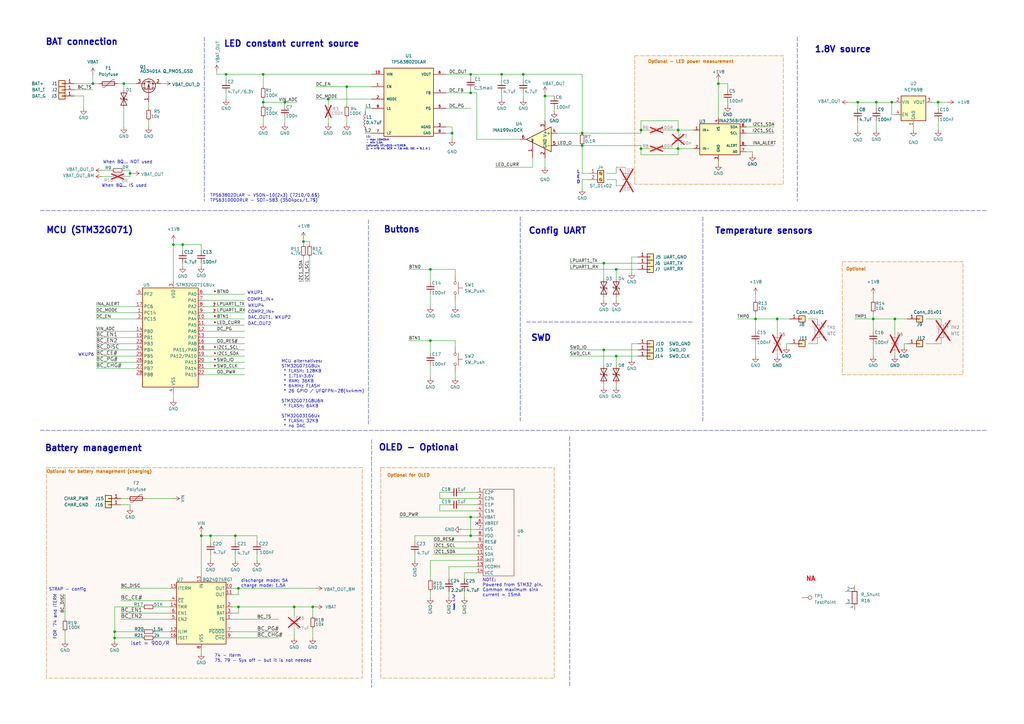
<source format=kicad_sch>
(kicad_sch (version 20231120) (generator "eeschema") (generator_version "8.0")
  (paper "A3")
  (title_block (title "Driver for flashlight (single cell Li-ion cell, buck-boost)") (date "2024-06-06") (rev "V01.01.01") (company "Stepan Hamouz"))
  (junction (at 384.81 41.91))
  (junction (at 71.12 100.33))
  (junction (at 86.36 219.71))
  (junction (at 294.64 34.29))
  (junction (at 50.8 34.29))
  (junction (at 262.89 60.96))
  (junction (at 278.13 53.34))
  (junction (at 351.79 41.91))
  (junction (at 205.74 30.48))
  (junction (at 185.42 54.61))
  (junction (at 134.62 40.64))
  (junction (at 46.99 259.08))
  (junction (at 193.04 219.71))
  (junction (at 318.77 130.81))
  (junction (at 74.93 100.33))
  (junction (at 82.55 219.71))
  (junction (at 142.24 35.56))
  (junction (at 124.46 99.06))
  (junction (at 53.34 71.12))
  (junction (at 262.89 53.34))
  (junction (at 96.52 219.71))
  (junction (at 214.63 30.48))
  (junction (at 128.27 248.92))
  (junction (at 193.04 30.48))
  (junction (at 193.04 38.1))
  (junction (at 278.13 60.96))
  (junction (at 247.65 107.95))
  (junction (at 176.53 139.7))
  (junction (at 38.1 34.29))
  (junction (at 107.95 41.91))
  (junction (at 365.76 41.91))
  (junction (at 252.73 110.49))
  (junction (at 107.95 30.48))
  (junction (at 92.71 30.48))
  (junction (at 247.65 143.51))
  (junction (at 367.03 130.81))
  (junction (at 120.65 248.92))
  (junction (at 309.88 130.81))
  (junction (at 238.76 59.69))
  (junction (at 116.84 41.91))
  (junction (at 238.76 54.61))
  (junction (at 97.79 241.3))
  (junction (at 46.99 261.62))
  (junction (at 358.14 130.81))
  (junction (at 359.41 41.91))
  (junction (at 97.79 248.92))
  (junction (at 193.04 212.09))
  (junction (at 252.73 146.05))
  (junction (at 176.53 110.49))
  (junction (at 223.52 39.37))
  (no_connect (at 195.58 214.63))
  (wire (pts (xy 50.8 69.85) (xy 53.34 69.85)))
  (wire (pts (xy 350.52 130.81) (xy 358.14 130.81)))
  (wire (pts (xy 189.23 207.01) (xy 195.58 207.01)))
  (wire (pts (xy 271.78 60.96) (xy 278.13 60.96)))
  (wire (pts (xy 82.55 102.87) (xy 82.55 100.33)))
  (wire (pts (xy 170.18 227.33) (xy 170.18 229.87)))
  (wire (pts (xy 186.69 123.19) (xy 186.69 125.73)))
  (wire (pts (xy 247.65 121.92) (xy 247.65 123.19)))
  (wire (pts (xy 185.42 52.07) (xy 185.42 54.61)))
  (wire (pts (xy 262.89 49.53) (xy 262.89 53.34)))
  (wire (pts (xy 214.63 30.48) (xy 238.76 30.48)))
  (wire (pts (xy 170.18 219.71) (xy 170.18 222.25)))
  (wire (pts (xy 95.25 251.46) (xy 97.79 251.46)))
  (wire (pts (xy 124.46 105.41) (xy 124.46 115.57)))
  (wire (pts (xy 50.8 36.83) (xy 50.8 34.29)))
  (wire (pts (xy 248.92 73.66) (xy 252.73 73.66)))
  (wire (pts (xy 50.8 34.29) (xy 55.88 34.29)))
  (wire (pts (xy 252.73 76.2) (xy 252.73 73.66)))
  (wire (pts (xy 358.14 120.65) (xy 358.14 123.19)))
  (wire (pts (xy 203.2 68.58) (xy 218.44 68.58)))
  (wire (pts (xy 386.08 139.7) (xy 386.08 140.97)))
  (wire (pts (xy 256.54 76.2) (xy 252.73 76.2)))
  (wire (pts (xy 97.79 248.92) (xy 120.65 248.92)))
  (wire (pts (xy 97.79 243.84) (xy 97.79 241.3)))
  (wire (pts (xy 278.13 53.34) (xy 284.48 53.34)))
  (wire (pts (xy 193.04 212.09) (xy 195.58 212.09)))
  (wire (pts (xy 195.58 229.87) (xy 176.53 229.87)))
  (wire (pts (xy 309.88 140.97) (xy 309.88 146.05)))
  (wire (pts (xy 182.88 54.61) (xy 185.42 54.61)))
  (wire (pts (xy 39.37 143.51) (xy 55.88 143.51)))
  (wire (pts (xy 372.11 140.97) (xy 370.84 140.97)))
  (wire (pts (xy 39.37 140.97) (xy 55.88 140.97)))
  (wire (pts (xy 59.69 204.47) (xy 71.12 204.47)))
  (wire (pts (xy 124.46 99.06) (xy 124.46 100.33)))
  (wire (pts (xy 142.24 35.56) (xy 152.4 35.56)))
  (wire (pts (xy 247.65 157.48) (xy 247.65 158.75)))
  (wire (pts (xy 205.74 30.48) (xy 214.63 30.48)))
  (wire (pts (xy 180.34 209.55) (xy 180.34 207.01)))
  (wire (pts (xy 83.82 143.51) (xy 100.33 143.51)))
  (wire (pts (xy 39.37 138.43) (xy 55.88 138.43)))
  (wire (pts (xy 83.82 151.13) (xy 100.33 151.13)))
  (wire (pts (xy 374.65 52.07) (xy 374.65 53.34)))
  (wire (pts (xy 63.5 248.92) (xy 69.85 248.92)))
  (wire (pts (xy 262.89 53.34) (xy 262.89 54.61)))
  (wire (pts (xy 308.61 63.5) (xy 308.61 62.23)))
  (wire (pts (xy 180.34 207.01) (xy 184.15 207.01)))
  (wire (pts (xy 379.73 130.81) (xy 386.08 130.81)))
  (wire (pts (xy 195.58 57.15) (xy 213.36 57.15)))
  (wire (pts (xy 134.62 48.26) (xy 134.62 50.8)))
  (wire (pts (xy 262.89 53.34) (xy 266.7 53.34)))
  (wire (pts (xy 30.48 36.83) (xy 38.1 36.83)))
  (wire (pts (xy 34.29 39.37) (xy 34.29 44.45)))
  (wire (pts (xy 39.37 148.59) (xy 55.88 148.59)))
  (wire (pts (xy 262.89 60.96) (xy 266.7 60.96)))
  (wire (pts (xy 71.12 161.29) (xy 71.12 163.83)))
  (wire (pts (xy 247.65 107.95) (xy 261.62 107.95)))
  (wire (pts (xy 318.77 130.81) (xy 318.77 137.16)))
  (wire (pts (xy 71.12 99.06) (xy 71.12 100.33)))
  (wire (pts (xy 195.58 234.95) (xy 190.5 234.95)))
  (wire (pts (xy 193.04 219.71) (xy 193.04 212.09)))
  (wire (pts (xy 83.82 120.65) (xy 100.33 120.65)))
  (wire (pts (xy 82.55 219.71) (xy 86.36 219.71)))
  (wire (pts (xy 176.53 149.86) (xy 176.53 154.94)))
  (wire (pts (xy 97.79 241.3) (xy 129.54 241.3)))
  (wire (pts (xy 359.41 41.91) (xy 365.76 41.91)))
  (wire (pts (xy 105.41 227.33) (xy 105.41 229.87)))
  (wire (pts (xy 233.68 146.05) (xy 252.73 146.05)))
  (wire (pts (xy 129.54 40.64) (xy 134.62 40.64)))
  (wire (pts (xy 127 100.33) (xy 127 99.06)))
  (wire (pts (xy 247.65 143.51) (xy 261.62 143.51)))
  (wire (pts (xy 193.04 30.48) (xy 193.04 31.75)))
  (wire (pts (xy 96.52 219.71) (xy 96.52 222.25)))
  (wire (pts (xy 74.93 100.33) (xy 71.12 100.33)))
  (wire (pts (xy 306.07 52.07) (xy 317.5 52.07)))
  (wire (pts (xy 358.14 128.27) (xy 358.14 130.81)))
  (wire (pts (xy 309.88 128.27) (xy 309.88 130.81)))
  (wire (pts (xy 223.52 39.37) (xy 227.33 39.37)))
  (wire (pts (xy 262.89 60.96) (xy 262.89 63.5)))
  (wire (pts (xy 306.07 62.23) (xy 308.61 62.23)))
  (wire (pts (xy 193.04 219.71) (xy 195.58 219.71)))
  (wire (pts (xy 149.86 44.45) (xy 149.86 45.72)))
  (wire (pts (xy 351.79 41.91) (xy 359.41 41.91)))
  (wire (pts (xy 82.55 266.7) (xy 82.55 267.97)))
  (wire (pts (xy 82.55 107.95) (xy 82.55 109.22)))
  (wire (pts (xy 83.82 128.27) (xy 100.33 128.27)))
  (wire (pts (xy 116.84 41.91) (xy 121.92 41.91)))
  (wire (pts (xy 238.76 59.69) (xy 262.89 59.69)))
  (wire (pts (xy 128.27 261.62) (xy 128.27 257.81)))
  (wire (pts (xy 46.99 261.62) (xy 46.99 262.89)))
  (wire (pts (xy 384.81 44.45) (xy 384.81 41.91)))
  (wire (pts (xy 335.28 132.08) (xy 335.28 130.81)))
  (wire (pts (xy 195.58 209.55) (xy 180.34 209.55)))
  (wire (pts (xy 298.45 36.83) (xy 298.45 34.29)))
  (wire (pts (xy 195.58 38.1) (xy 193.04 38.1)))
  (wire (pts (xy 60.96 41.91) (xy 60.96 44.45)))
  (wire (pts (xy 50.8 72.39) (xy 53.34 72.39)))
  (wire (pts (xy 182.88 52.07) (xy 185.42 52.07)))
  (wire (pts (xy 252.73 110.49) (xy 261.62 110.49)))
  (wire (pts (xy 294.64 34.29) (xy 294.64 48.26)))
  (wire (pts (xy 302.26 130.81) (xy 309.88 130.81)))
  (wire (pts (xy 26.67 243.84) (xy 26.67 254)))
  (wire (pts (xy 262.89 60.96) (xy 262.89 59.69)))
  (wire (pts (xy 107.95 41.91) (xy 107.95 43.18)))
  (wire (pts (xy 105.41 222.25) (xy 105.41 219.71)))
  (wire (pts (xy 205.74 38.1) (xy 205.74 40.64)))
  (wire (pts (xy 149.86 54.61) (xy 152.4 54.61)))
  (wire (pts (xy 95.25 259.08) (xy 114.3 259.08)))
  (wire (pts (xy 127 99.06) (xy 124.46 99.06)))
  (wire (pts (xy 176.53 242.57) (xy 176.53 245.11)))
  (wire (pts (xy 367.03 130.81) (xy 367.03 137.16)))
  (wire (pts (xy 278.13 53.34) (xy 278.13 54.61)))
  (wire (pts (xy 83.82 148.59) (xy 100.33 148.59)))
  (wire (pts (xy 309.88 130.81) (xy 318.77 130.81)))
  (polyline (pts (xy 151.13 90.17) (xy 151.13 173.99)) (stroke (width 0) (type dash)))
  (wire (pts (xy 50.8 44.45) (xy 50.8 52.07)))
  (wire (pts (xy 322.58 140.97) (xy 322.58 142.24)))
  (wire (pts (xy 128.27 248.92) (xy 129.54 248.92)))
  (wire (pts (xy 306.07 54.61) (xy 317.5 54.61)))
  (wire (pts (xy 331.47 140.97) (xy 335.28 140.97)))
  (wire (pts (xy 228.6 59.69) (xy 238.76 59.69)))
  (wire (pts (xy 318.77 130.81) (xy 323.85 130.81)))
  (wire (pts (xy 261.62 140.97) (xy 259.08 140.97)))
  (wire (pts (xy 49.53 254) (xy 69.85 254)))
  (wire (pts (xy 248.92 71.12) (xy 252.73 71.12)))
  (wire (pts (xy 252.73 68.58) (xy 252.73 71.12)))
  (wire (pts (xy 359.41 44.45) (xy 359.41 41.91)))
  (wire (pts (xy 294.64 67.31) (xy 294.64 66.04)))
  (wire (pts (xy 218.44 64.77) (xy 218.44 68.58)))
  (wire (pts (xy 53.34 69.85) (xy 53.34 71.12)))
  (wire (pts (xy 271.78 53.34) (xy 278.13 53.34)))
  (wire (pts (xy 39.37 125.73) (xy 55.88 125.73)))
  (wire (pts (xy 176.53 115.57) (xy 176.53 110.49)))
  (wire (pts (xy 53.34 207.01) (xy 53.34 208.28)))
  (wire (pts (xy 256.54 68.58) (xy 252.73 68.58)))
  (wire (pts (xy 176.53 229.87) (xy 176.53 237.49)))
  (wire (pts (xy 74.93 107.95) (xy 74.93 109.22)))
  (wire (pts (xy 88.9 29.21) (xy 88.9 30.48)))
  (wire (pts (xy 186.69 139.7) (xy 186.69 142.24)))
  (wire (pts (xy 189.23 217.17) (xy 195.58 217.17)))
  (wire (pts (xy 82.55 218.44) (xy 82.55 219.71)))
  (wire (pts (xy 228.6 54.61) (xy 238.76 54.61)))
  (wire (pts (xy 223.52 64.77) (xy 223.52 68.58)))
  (wire (pts (xy 49.53 251.46) (xy 69.85 251.46)))
  (wire (pts (xy 107.95 41.91) (xy 116.84 41.91)))
  (wire (pts (xy 186.69 152.4) (xy 186.69 154.94)))
  (wire (pts (xy 358.14 130.81) (xy 367.03 130.81)))
  (wire (pts (xy 49.53 246.38) (xy 69.85 246.38)))
  (polyline (pts (xy 288.29 88.9) (xy 288.29 172.72)) (stroke (width 0) (type dash)))
  (wire (pts (xy 39.37 130.81) (xy 55.88 130.81)))
  (wire (pts (xy 46.99 261.62) (xy 58.42 261.62)))
  (wire (pts (xy 177.8 224.79) (xy 195.58 224.79)))
  (polyline (pts (xy 83.82 15.24) (xy 83.82 82.55)) (stroke (width 0) (type dash)))
  (wire (pts (xy 278.13 49.53) (xy 262.89 49.53)))
  (wire (pts (xy 177.8 227.33) (xy 195.58 227.33)))
  (wire (pts (xy 86.36 227.33) (xy 86.36 229.87)))
  (wire (pts (xy 134.62 40.64) (xy 152.4 40.64)))
  (wire (pts (xy 347.98 41.91) (xy 351.79 41.91)))
  (wire (pts (xy 386.08 132.08) (xy 386.08 130.81)))
  (wire (pts (xy 214.63 30.48) (xy 214.63 33.02)))
  (wire (pts (xy 177.8 222.25) (xy 195.58 222.25)))
  (wire (pts (xy 60.96 49.53) (xy 60.96 52.07)))
  (wire (pts (xy 278.13 60.96) (xy 284.48 60.96)))
  (wire (pts (xy 298.45 41.91) (xy 298.45 43.18)))
  (wire (pts (xy 38.1 34.29) (xy 40.64 34.29)))
  (wire (pts (xy 69.85 261.62) (xy 63.5 261.62)))
  (wire (pts (xy 116.84 48.26) (xy 116.84 50.8)))
  (polyline (pts (xy 213.36 88.9) (xy 213.36 172.72)) (stroke (width 0) (type dash)))
  (wire (pts (xy 167.64 110.49) (xy 176.53 110.49)))
  (wire (pts (xy 351.79 49.53) (xy 351.79 53.34)))
  (wire (pts (xy 63.5 259.08) (xy 69.85 259.08)))
  (wire (pts (xy 152.4 44.45) (xy 149.86 44.45)))
  (wire (pts (xy 120.65 257.81) (xy 120.65 261.62)))
  (wire (pts (xy 66.04 34.29) (xy 67.31 34.29)))
  (wire (pts (xy 128.27 248.92) (xy 128.27 252.73)))
  (wire (pts (xy 379.73 140.97) (xy 386.08 140.97)))
  (wire (pts (xy 86.36 219.71) (xy 86.36 222.25)))
  (wire (pts (xy 331.47 130.81) (xy 335.28 130.81)))
  (wire (pts (xy 233.68 110.49) (xy 252.73 110.49)))
  (wire (pts (xy 367.03 130.81) (xy 372.11 130.81)))
  (wire (pts (xy 367.03 144.78) (xy 367.03 146.05)))
  (wire (pts (xy 95.25 254) (xy 114.3 254)))
  (wire (pts (xy 182.88 44.45) (xy 193.04 44.45)))
  (wire (pts (xy 382.27 41.91) (xy 384.81 41.91)))
  (wire (pts (xy 86.36 219.71) (xy 96.52 219.71)))
  (wire (pts (xy 83.82 138.43) (xy 100.33 138.43)))
  (wire (pts (xy 247.65 107.95) (xy 247.65 114.3)))
  (wire (pts (xy 176.53 110.49) (xy 186.69 110.49)))
  (wire (pts (xy 96.52 227.33) (xy 96.52 229.87)))
  (wire (pts (xy 184.15 242.57) (xy 184.15 245.11)))
  (wire (pts (xy 71.12 100.33) (xy 71.12 115.57)))
  (wire (pts (xy 359.41 49.53) (xy 359.41 53.34)))
  (wire (pts (xy 107.95 40.64) (xy 107.95 41.91)))
  (wire (pts (xy 38.1 30.48) (xy 38.1 34.29)))
  (polyline (pts (xy 215.9 132.08) (xy 284.48 132.08)) (stroke (width 0) (type dash)))
  (wire (pts (xy 351.79 41.91) (xy 351.79 44.45)))
  (wire (pts (xy 294.64 33.02) (xy 294.64 34.29)))
  (wire (pts (xy 318.77 144.78) (xy 318.77 146.05)))
  (wire (pts (xy 186.69 110.49) (xy 186.69 113.03)))
  (wire (pts (xy 88.9 30.48) (xy 92.71 30.48)))
  (wire (pts (xy 384.81 41.91) (xy 388.62 41.91)))
  (wire (pts (xy 306.07 59.69) (xy 317.5 59.69)))
  (wire (pts (xy 195.58 57.15) (xy 195.58 38.1)))
  (wire (pts (xy 107.95 30.48) (xy 152.4 30.48)))
  (polyline (pts (xy 233.68 179.07) (xy 233.68 281.94)) (stroke (width 0) (type dash)))
  (wire (pts (xy 189.23 201.93) (xy 195.58 201.93)))
  (wire (pts (xy 142.24 48.26) (xy 142.24 50.8)))
  (wire (pts (xy 95.25 248.92) (xy 97.79 248.92)))
  (wire (pts (xy 83.82 133.35) (xy 100.33 133.35)))
  (wire (pts (xy 39.37 146.05) (xy 55.88 146.05)))
  (wire (pts (xy 180.34 204.47) (xy 195.58 204.47)))
  (wire (pts (xy 384.81 49.53) (xy 384.81 53.34)))
  (wire (pts (xy 323.85 140.97) (xy 322.58 140.97)))
  (wire (pts (xy 95.25 241.3) (xy 97.79 241.3)))
  (polyline (pts (xy 16.51 176.53) (xy 405.13 176.53)) (stroke (width 0) (type dash)))
  (wire (pts (xy 184.15 237.49) (xy 184.15 232.41)))
  (wire (pts (xy 95.25 243.84) (xy 97.79 243.84)))
  (wire (pts (xy 184.15 232.41) (xy 195.58 232.41)))
  (wire (pts (xy 259.08 140.97) (xy 259.08 147.32)))
  (wire (pts (xy 238.76 73.66) (xy 238.76 77.47)))
  (wire (pts (xy 134.62 40.64) (xy 134.62 43.18)))
  (wire (pts (xy 170.18 219.71) (xy 193.04 219.71)))
  (wire (pts (xy 39.37 151.13) (xy 55.88 151.13)))
  (wire (pts (xy 167.64 139.7) (xy 176.53 139.7)))
  (wire (pts (xy 83.82 123.19) (xy 100.33 123.19)))
  (wire (pts (xy 41.91 69.85) (xy 45.72 69.85)))
  (wire (pts (xy 238.76 73.66) (xy 241.3 73.66)))
  (wire (pts (xy 233.68 107.95) (xy 247.65 107.95)))
  (wire (pts (xy 82.55 100.33) (xy 74.93 100.33)))
  (wire (pts (xy 223.52 39.37) (xy 223.52 49.53)))
  (wire (pts (xy 92.71 30.48) (xy 107.95 30.48)))
  (wire (pts (xy 247.65 143.51) (xy 247.65 149.86)))
  (wire (pts (xy 370.84 140.97) (xy 370.84 142.24)))
  (wire (pts (xy 184.15 201.93) (xy 180.34 201.93)))
  (wire (pts (xy 46.99 259.08) (xy 46.99 261.62)))
  (wire (pts (xy 185.42 54.61) (xy 185.42 57.15)))
  (wire (pts (xy 367.03 46.99) (xy 365.76 46.99)))
  (wire (pts (xy 193.04 36.83) (xy 193.04 38.1)))
  (wire (pts (xy 26.67 262.89) (xy 26.67 259.08)))
  (wire (pts (xy 30.48 34.29) (xy 38.1 34.29)))
  (wire (pts (xy 96.52 219.71) (xy 105.41 219.71)))
  (wire (pts (xy 223.52 38.1) (xy 223.52 39.37)))
  (wire (pts (xy 238.76 30.48) (xy 238.76 54.61)))
  (wire (pts (xy 252.73 110.49) (xy 252.73 114.3)))
  (wire (pts (xy 83.82 135.89) (xy 100.33 135.89)))
  (wire (pts (xy 233.68 143.51) (xy 247.65 143.51)))
  (wire (pts (xy 252.73 121.92) (xy 252.73 123.19)))
  (wire (pts (xy 83.82 146.05) (xy 100.33 146.05)))
  (wire (pts (xy 252.73 146.05) (xy 252.73 149.86)))
  (wire (pts (xy 124.46 97.79) (xy 124.46 99.06)))
  (wire (pts (xy 365.76 41.91) (xy 367.03 41.91)))
  (wire (pts (xy 309.88 135.89) (xy 309.88 130.81)))
  (wire (pts (xy 193.04 30.48) (xy 205.74 30.48)))
  (wire (pts (xy 149.86 53.34) (xy 149.86 54.61)))
  (wire (pts (xy 39.37 128.27) (xy 55.88 128.27)))
  (wire (pts (xy 365.76 46.99) (xy 365.76 41.91)))
  (wire (pts (xy 74.93 100.33) (xy 74.93 102.87)))
  (wire (pts (xy 259.08 105.41) (xy 259.08 111.76)))
  (wire (pts (xy 49.53 207.01) (xy 53.34 207.01)))
  (wire (pts (xy 53.34 71.12) (xy 54.61 71.12)))
  (wire (pts (xy 182.88 30.48) (xy 193.04 30.48)))
  (wire (pts (xy 176.53 144.78) (xy 176.53 139.7)))
  (wire (pts (xy 39.37 135.89) (xy 55.88 135.89)))
  (wire (pts (xy 278.13 63.5) (xy 278.13 60.96)))
  (wire (pts (xy 41.91 72.39) (xy 45.72 72.39)))
  (wire (pts (xy 227.33 44.45) (xy 227.33 45.72)))
  (wire (pts (xy 180.34 201.93) (xy 180.34 204.47)))
  (wire (pts (xy 238.76 54.61) (xy 262.89 54.61)))
  (wire (pts (xy 176.53 139.7) (xy 186.69 139.7)))
  (wire (pts (xy 30.48 39.37) (xy 34.29 39.37)))
  (wire (pts (xy 120.65 248.92) (xy 120.65 252.73)))
  (wire (pts (xy 49.53 204.47) (xy 52.07 204.47)))
  (wire (pts (xy 46.99 259.08) (xy 58.42 259.08)))
  (wire (pts (xy 262.89 63.5) (xy 278.13 63.5)))
  (wire (pts (xy 97.79 251.46) (xy 97.79 248.92)))
  (wire (pts (xy 190.5 234.95) (xy 190.5 237.49)))
  (wire (pts (xy 358.14 135.89) (xy 358.14 130.81)))
  (wire (pts (xy 107.95 30.48) (xy 107.95 35.56)))
  (wire (pts (xy 116.84 41.91) (xy 116.84 43.18)))
  (wire (pts (xy 205.74 30.48) (xy 205.74 33.02)))
  (wire (pts (xy 142.24 35.56) (xy 142.24 43.18)))
  (wire (pts (xy 214.63 38.1) (xy 214.63 40.64)))
  (wire (pts (xy 163.83 212.09) (xy 193.04 212.09)))
  (wire (pts (xy 252.73 146.05) (xy 261.62 146.05)))
  (wire (pts (xy 238.76 59.69) (xy 238.76 71.12)))
  (wire (pts (xy 83.82 153.67) (xy 100.33 153.67)))
  (polyline (pts (xy 327.025 15.24) (xy 327.025 82.55)) (stroke (width 0) (type dash)))
  (wire (pts (xy 46.99 248.92) (xy 46.99 259.08)))
  (wire (pts (xy 83.82 130.81) (xy 100.33 130.81)))
  (wire (pts (xy 107.95 48.26) (xy 107.95 50.8)))
  (wire (pts (xy 261.62 105.41) (xy 259.08 105.41)))
  (wire (pts (xy 252.73 157.48) (xy 252.73 158.75)))
  (wire (pts (xy 53.34 71.12) (xy 53.34 72.39)))
  (wire (pts (xy 190.5 242.57) (xy 190.5 245.11)))
  (wire (pts (xy 49.53 241.3) (xy 69.85 241.3)))
  (wire (pts (xy 278.13 60.96) (xy 278.13 59.69)))
  (wire (pts (xy 120.65 248.92) (xy 128.27 248.92)))
  (wire (pts (xy 82.55 219.71) (xy 82.55 236.22)))
  (wire (pts (xy 127 105.41) (xy 127 115.57)))
  (wire (pts (xy 309.88 120.65) (xy 309.88 123.19)))
  (wire (pts (xy 278.13 53.34) (xy 278.13 49.53)))
  (wire (pts (xy 294.64 34.29) (xy 298.45 34.29)))
  (wire (pts (xy 48.26 34.29) (xy 50.8 34.29)))
  (wire (pts (xy 176.53 120.65) (xy 176.53 125.73)))
  (wire (pts (xy 58.42 248.92) (xy 46.99 248.92)))
  (wire (pts (xy 129.54 35.56) (xy 142.24 35.56)))
  (polyline (pts (xy 152.4 180.34) (xy 152.4 281.94)) (stroke (width 0) (type dash)))
  (wire (pts (xy 358.14 140.97) (xy 358.14 146.05)))
  (wire (pts (xy 335.28 139.7) (xy 335.28 140.97)))
  (wire (pts (xy 182.88 38.1) (xy 193.04 38.1)))
  (wire (pts (xy 92.71 38.1) (xy 92.71 40.64)))
  (wire (pts (xy 83.82 125.73) (xy 100.33 125.73)))
  (polyline (pts (xy 16.51 86.36) (xy 405.13 86.36)) (stroke (width 0) (type dash)))
  (wire (pts (xy 83.82 140.97) (xy 100.33 140.97)))
  (wire (pts (xy 238.76 71.12) (xy 241.3 71.12)))
  (wire (pts (xy 92.71 30.48) (xy 92.71 33.02)))
  (wire (pts (xy 95.25 261.62) (xy 114.3 261.62)))
  (rectangle (start 260.35 22.86) (end 321.31 75.565) (stroke (width 0) (type dash) (color 204 102 0 1)) (fill (type color) (color 204 102 0 0.05)))
  (rectangle (start 19.05 191.77) (end 148.59 278.13) (stroke (width 0) (type dash) (color 204 102 0 1)) (fill (type color) (color 204 102 0 0.05)))
  (rectangle (start 156.21 191.77) (end 227.33 278.13) (stroke (width 0) (type dash) (color 204 102 0 1)) (fill (type color) (color 204 102 0 0.05)))
  (rectangle (start 345.44 107.315) (end 394.97 153.67) (stroke (width 0) (type dash) (color 204 102 0 1)) (fill (type color) (color 204 102 0 0.05)))
  (text "*" (at 88.138 120.142 0) (effects (font (size 1.27 1.27) (thickness 0.254) (bold yes))))
  (text "74 - Iterm\n75, 79 - Sys off - but it is not needed\n" (at 87.884 270.002 0) (effects (font (size 1.27 1.27)) (justify left)))
  (text "L\nE\nD" (at 237.236 72.644 0) (effects (font (size 1.27 1.27) (thickness 0.254) (bold yes))))
  (text "*" (at 88.138 150.622 0) (effects (font (size 1.27 1.27) (thickness 0.254) (bold yes))))
  (text "iset = 900/R" (at 53.594 264.922 0) (effects (font (size 1.524 1.524)) (justify left bottom)))
  (text "NOTE:\nPowered from STM32 pin.\nCommon maximum sink\ncurrent = 15mA  " (at 197.866 241.046 0) (effects (font (size 1.27 1.27)) (justify left)))
  (text "*" (at 88.138 145.542 0) (effects (font (size 1.27 1.27) (thickness 0.254) (bold yes))))
  (text "STRAP - config" (at 27.686 241.808 0) (effects (font (size 1.27 1.27))))
  (text "*" (at 88.138 143.002 0) (effects (font (size 1.27 1.27) (thickness 0.254) (bold yes))))
  (text "Config UART" (at 216.662 94.742 0) (effects (font (size 2.54 2.54) (thickness 0.508) (bold yes)) (justify left)))
  (text "DAC_OUT1, WKUP2" (at 101.6 130.302 0) (effects (font (size 1.27 1.27)) (justify left)))
  (text "*" (at 88.138 130.302 0) (effects (font (size 1.27 1.27) (thickness 0.254) (bold yes))))
  (text "When BQ... IS used" (at 41.656 76.2 0) (effects (font (size 1.27 1.27)) (justify left)))
  (text "WKUP4" (at 101.6 125.476 0) (effects (font (size 1.27 1.27)) (justify left)))
  (text "TPS63802DLAR - VSON-10(2x3) (7210/0.6$)\nTPS631000DRLR - SOT-583 (3504pcs/1.7$)" (at 86.106 81.28 0) (effects (font (size 1.27 1.27)) (justify left)))
  (text "MCU (STM32G071)" (at 18.796 94.488 0) (effects (font (size 2.54 2.54) (thickness 0.508) (bold yes)) (justify left)))
  (text "WKUP1" (at 101.346 120.142 0) (effects (font (size 1.27 1.27)) (justify left)))
  (text "?" (at 87.884 125.222 0) (effects (font (size 1.27 1.27) (thickness 0.254) (bold yes))))
  (text "L1:\n- max 10mOhm\n- min 1.5A\ncoilcraft: XFL4015-471MEB\n(L = 470 nH, DCR = 7.6 mΩ, IDC = 9.1 A )\n" (at 150.114 58.674 0) (effects (font (size 0.762 0.762)) (justify left)))
  (text "Optional for OLED" (at 158.75 195.072 0) (effects (font (size 1.27 1.27) (thickness 0.254) (bold yes)) (justify left)))
  (text "Optional - LED power measurement" (at 265.684 25.4 0) (effects (font (size 1.27 1.27) (thickness 0.254) (bold yes)) (justify left)))
  (text "Asse: 4.7uF" (at 186.182 247.142 90) (effects (font (size 0.762 0.762))))
  (text "MCU alternatives:\nSTM32G071GBUx\n * FLASH: 128KB\n * 1.71V~3.6V \n * RAM: 36KB\n * 64MHz FLASH\n * 26 GPIO / UFQFPN-28(4x4mm)\n\nSTM32G071G8U6N\n * FLASH: 64KB\n\nSTM32G031G6Ux\n * FLASH: 32KB\n * no DAC" (at 115.316 161.544 0) (effects (font (size 1.27 1.27)) (justify left)))
  (text "DAC_OUT2" (at 101.6 132.842 0) (effects (font (size 1.27 1.27)) (justify left)))
  (text "Buttons" (at 157.226 94.234 0) (effects (font (size 2.54 2.54) (thickness 0.508) (bold yes)) (justify left)))
  (text "BAT connection" (at 18.542 17.272 0) (effects (font (size 2.54 2.54) (thickness 0.508) (bold yes)) (justify left)))
  (text "Optional" (at 346.964 110.49 0) (effects (font (size 1.27 1.27) (thickness 0.254) (bold yes)) (justify left)))
  (text "Temperature sensors" (at 293.116 94.742 0) (effects (font (size 2.54 2.54) (thickness 0.508) (bold yes)) (justify left)))
  (text "?" (at 87.884 127.762 0) (effects (font (size 1.27 1.27) (thickness 0.254) (bold yes))))
  (text "discharge mode: 5A\ncharge mode: 1.5A" (at 98.806 239.268 0) (effects (font (size 1.27 1.27)) (justify left)))
  (text "WKUP6" (at 35.306 145.542 0) (effects (font (size 1.27 1.27))))
  (text "NA" (at 330.454 237.49 0) (effects (font (size 1.905 1.905) (thickness 0.381) (bold yes)) (justify left)))
  (text "When BQ... NOT used" (at 42.164 66.548 0) (effects (font (size 1.27 1.27)) (justify left)))
  (text "1.8V source" (at 334.01 20.32 0) (effects (font (size 2.54 2.54) (thickness 0.508) (bold yes)) (justify left)))
  (text "Battery management" (at 18.288 183.896 0) (effects (font (size 2.54 2.54) (thickness 0.508) (bold yes)) (justify left)))
  (text "*" (at 88.138 132.842 0) (effects (font (size 1.27 1.27) (thickness 0.254) (bold yes))))
  (text "Optional for battery management (charging)" (at 19.05 193.548 0) (effects (font (size 1.27 1.27) (thickness 0.254) (bold yes)) (justify left)))
  (text "FOR '74 and ITERM" (at 22.606 252.984 90) (effects (font (size 1.27 1.27))))
  (text "*" (at 88.138 148.082 0) (effects (font (size 1.27 1.27) (thickness 0.254) (bold yes))))
  (text "OLED - Optional" (at 155.194 183.642 0) (effects (font (size 2.54 2.54) (thickness 0.508) (bold yes)) (justify left)))
  (text "COMP1_IN+" (at 101.346 122.936 0) (effects (font (size 1.27 1.27)) (justify left)))
  (text "SWD" (at 217.678 138.684 0) (effects (font (size 2.54 2.54) (thickness 0.508) (bold yes)) (justify left)))
  (text "LED constant current source" (at 91.694 18.034 0) (effects (font (size 2.54 2.54) (thickness 0.508) (bold yes)) (justify left)))
  (text "COMP2_IN+" (at 101.6 128.016 0) (effects (font (size 1.27 1.27)) (justify left)))
  (label "BC_TS" (at 105.41 254 0))
  (label "BTN0" (at 88.9 120.65 0))
  (label "DC_MODE" (at 129.54 40.64 0))
  (label "LPUART1_TX" (at 233.68 107.95 0))
  (label "I2C1_SDA" (at 177.8 227.33 0))
  (label "L2" (at 149.86 54.61 0))
  (label "TMP0" (at 302.26 130.81 0))
  (label "TMP1" (at 350.52 130.81 0))
  (label "BC_EN1" (at 39.37 138.43 0) (effects (font (size 1.524 1.524))))
  (label "DC_EN" (at 39.37 130.81 0))
  (label "DC_MODE" (at 39.37 128.27 0))
  (label "BC_DISC" (at 39.37 143.51 0) (effects (font (size 1.524 1.524))))
  (label "BTN1" (at 88.9 130.81 0))
  (label "BC_PG#" (at 105.41 259.08 0) (effects (font (size 1.524 1.524))))
  (label "BC_EN2" (at 49.53 254 0) (effects (font (size 1.524 1.524))))
  (label "LPUART1_RX" (at 88.9 128.27 0))
  (label "LPUART1_TX" (at 88.9 125.73 0))
  (label "DC_FB" (at 184.15 38.1 0))
  (label "I2C1_SCL" (at 127 106.68 270))
  (label "SWD_IO" (at 88.9 148.59 0))
  (label "VIN_ADC" (at 39.37 135.89 0))
  (label "VIN_ADC" (at 114.3 41.91 0))
  (label "BC_EN2" (at 39.37 140.97 0) (effects (font (size 1.524 1.524))))
  (label "BC_TS" (at 31.75 36.83 0))
  (label "L1" (at 149.86 44.45 0))
  (label "I2C1_SDA" (at 124.46 106.68 270))
  (label "DC_EN" (at 129.54 35.56 0))
  (label "DC_PG" (at 184.15 44.45 0))
  (label "OD_PWR" (at 163.83 212.09 0))
  (label "I2C1_SDA" (at 88.9 146.05 0))
  (label "BC_CE#" (at 39.37 146.05 0) (effects (font (size 1.524 1.524))))
  (label "DC_PG" (at 88.9 135.89 0))
  (label "BC_EN1" (at 49.53 251.46 0) (effects (font (size 1.524 1.524))))
  (label "I2C1_SDA" (at 308.61 52.07 0))
  (label "SWD_CLK" (at 233.68 146.05 0))
  (label "INA_ALERT" (at 39.37 125.73 0))
  (label "BC_CHG#" (at 39.37 151.13 0) (effects (font (size 1.524 1.524))))
  (label "BC_DISC" (at 49.53 241.3 0))
  (label "LED_CURR" (at 88.9 133.35 0))
  (label "LPUART1_RX" (at 233.68 110.49 0))
  (label "I2C1_SCL" (at 177.8 224.79 0))
  (label "OD_PWR" (at 88.9 153.67 0))
  (label "INA_ALERT" (at 308.61 59.69 0))
  (label "BC_CE#" (at 49.53 246.38 0) (effects (font (size 1.524 1.524))))
  (label "I2C1_SCL" (at 88.9 143.51 0))
  (label "BC_DISC" (at 26.67 251.46 90))
  (label "BTN0" (at 167.64 110.49 0))
  (label "SWD_CLK" (at 88.9 151.13 0))
  (label "BTN1" (at 167.64 139.7 0))
  (label "LED_O" (at 228.6 59.69 0))
  (label "I2C1_SCL" (at 308.61 54.61 0))
  (label "OD_RES#" (at 88.9 140.97 0))
  (label "SWD_IO" (at 233.68 143.51 0))
  (label "BC_PG#" (at 39.37 148.59 0) (effects (font (size 1.524 1.524))))
  (label "OD_RES#" (at 177.8 222.25 0))
  (label "BC_CHG#" (at 105.41 261.62 0) (effects (font (size 1.524 1.524))))
  (label "DC_OUT" (at 184.15 30.48 0))
  (label "LED_CURR" (at 203.2 68.58 0))
  (symbol (lib_id "board-rescue:GND") (at 247.65 158.75 0) (mirror y) (unit 1)
    (property "Reference" "#PWR052" (effects (hide yes)))
    (property "Value" "GND" (at 247.65 162.56 0))
  )
  (symbol (lib_id "Device:R_Shunt") (at 350.52 245.11 0) (mirror y) (unit 1)
    (property "Reference" "R16" (at 353.06 246.3801 0) (effects (justify right)))
    (property "Value" "R_Shunt" (at 353.06 243.8401 0) (effects (justify right)))
    (property "Footprint" "Resistor_SMD:R_Shunt_Vishay_WSKW0612" (effects (hide yes)))
    (property "Description" "Shunt resistor" (effects (hide yes)))
  )
  (symbol (lib_id "power:+1V8") (at 309.88 120.65 0) (unit 1)
    (property "Reference" "#PWR037" (effects (hide yes)))
    (property "Value" "+1V8" (at 309.88 115.57 0))
    (property "Description" "Power symbol creates a global label with name \"+1V8\"" (effects (hide yes)))
  )
  (symbol (lib_id "power:+5V") (at 223.52 38.1 0) (unit 1)
    (property "Reference" "#PWR05" (effects (hide yes)))
    (property "Value" "VBAT_OUT" (at 222.504 34.29 0) (effects (justify left)))
  )
  (symbol (lib_id "board-rescue:R_Small") (at 176.53 240.03 0) (unit 1)
    (property "Reference" "R15" (at 177.546 239.268 0) (effects (justify left)))
    (property "Value" "910k" (at 177.546 241.046 0) (effects (justify left)))
    (property "Footprint" "Resistor_SMD:R_0402_1005Metric" (effects (hide yes)))
    (property "LCSC" "C11866" (effects (hide yes)))
  )
  (symbol (lib_id "board-rescue:C_Small") (at 190.5 240.03 0) (mirror x) (unit 1)
    (property "Reference" "C25" (at 191.008 238.252 0) (effects (justify left)))
    (property "Value" "4.7uF" (at 191.262 242.062 0) (effects (justify left)))
    (property "Footprint" "Capacitor_SMD:C_0402_1005Metric" (effects (hide yes)))
    (property "LCSC" "C76995" (effects (hide yes)))
  )
  (symbol (lib_id "board-rescue:GND") (at 128.27 261.62 0) (mirror y) (unit 1)
    (property "Reference" "#PWR069" (effects (hide yes)))
    (property "Value" "GND" (at 128.27 265.43 0))
  )
  (symbol (lib_id "board-rescue:C_Small") (at 186.69 201.93 90) (mirror x) (unit 1)
    (property "Reference" "C18" (at 184.912 200.66 90) (effects (justify left)))
    (property "Value" "1uF" (at 191.262 200.66 90) (effects (justify left)))
    (property "Footprint" "Capacitor_SMD:C_0402_1005Metric" (effects (hide yes)))
    (property "LCSC" "C426636" (effects (hide yes)))
  )
  (symbol (lib_id "power:VBUS") (at 82.55 218.44 0) (unit 1)
    (property "Reference" "#PWR058" (effects (hide yes)))
    (property "Value" "VIN" (at 82.55 214.63 0))
    (property "Description" "Power symbol creates a global label with name \"VBUS\"" (effects (hide yes)))
  )
  (symbol (lib_id "board-rescue:C_Small") (at 170.18 224.79 0) (mirror x) (unit 1)
    (property "Reference" "C23" (at 170.688 223.012 0) (effects (justify left)))
    (property "Value" "4.7uF" (at 170.942 226.822 0) (effects (justify left)))
    (property "Footprint" "Capacitor_SMD:C_0402_1005Metric" (effects (hide yes)))
    (property "LCSC" "C76995" (effects (hide yes)))
  )
  (symbol (lib_id "board-rescue:R_Small") (at 26.67 256.54 0) (unit 1)
    (property "Reference" "R19" (at 27.686 255.524 0) (effects (justify left)))
    (property "Value" "100K" (at 27.94 257.302 0) (effects (justify left)))
    (property "Footprint" "Resistor_SMD:R_0402_1005Metric" (effects (hide yes)))
    (property "LCSC" "C304973" (effects (hide yes)))
  )
  (symbol (lib_id "Device:C_Small") (at 278.13 57.15 0) (unit 1) (in_bom no) (on_board no) (dnp yes)
    (property "Reference" "C11" (at 280.162 55.626 0))
    (property "Value" "100n" (at 281.178 58.674 0))
    (property "Footprint" "Capacitor_SMD:C_0402_1005Metric" (effects (hide yes)))
    (property "Description" "Unpolarized capacitor, small symbol" (effects (hide yes)))
    (property "LCSC" "C513772" (effects (hide yes)))
  )
  (symbol (lib_id "Device:C_Small") (at 176.53 147.32 180) (unit 1)
    (property "Reference" "C17" (at 177.038 145.288 0) (effects (justify right)))
    (property "Value" "100nF" (at 177.038 149.352 0) (effects (justify right)))
    (property "Footprint" "Capacitor_SMD:C_0402_1005Metric" (effects (hide yes)))
    (property "Description" "Unpolarized capacitor, small symbol" (effects (hide yes)))
    (property "LCSC" "C513772" (effects (hide yes)))
  )
  (symbol (lib_id "Device:R_Small") (at 238.76 57.15 0) (unit 1)
    (property "Reference" "R7" (at 241.046 56.134 0))
    (property "Value" "0.1R" (at 242.062 57.912 0))
    (property "Footprint" "Resistor_SMD:R_0603_1608Metric" (effects (hide yes)))
    (property "Description" "Resistor, small symbol" (effects (hide yes)))
    (property "LCSC" "C304973" (effects (hide yes)))
  )
  (symbol (lib_id "Device:L") (at 149.86 49.53 180) (unit 1)
    (property "Reference" "L1" (at 151.384 48.006 0))
    (property "Value" "0.47uF" (at 153.416 50.292 0))
    (property "Footprint" "Inductor_SMD:L_0805_2012Metric_Pad1.15x1.40mm_HandSolder" (effects (hide yes)))
    (property "Description" "Inductor" (effects (hide yes)))
  )
  (symbol (lib_id "Device:D_TVS") (at 247.65 153.67 270) (unit 1)
    (property "Reference" "D7" (at 248.412 149.86 90) (effects (justify left)))
    (property "Value" "LESD5D5.0CT1G" (effects (hide yes)))
    (property "Footprint" "Diode_SMD:D_SOD-923" (effects (hide yes)))
    (property "LCSC" "C2441615" (effects (hide yes)))
  )
  (symbol (lib_id "board-rescue:GND") (at 259.08 147.32 0) (mirror y) (unit 1)
    (property "Reference" "#PWR049" (effects (hide yes)))
    (property "Value" "GND" (at 259.08 151.13 0))
  )
  (symbol (lib_id "Device:D_TVS") (at 252.73 153.67 270) (unit 1)
    (property "Reference" "D8" (at 253.492 149.86 90) (effects (justify left)))
    (property "Value" "LESD5D5.0CT1G" (effects (hide yes)))
    (property "Footprint" "Diode_SMD:D_SOD-923" (effects (hide yes)))
    (property "LCSC" "C2441615" (effects (hide yes)))
  )
  (symbol (lib_id "power:GND") (at 205.74 40.64 0) (mirror y) (unit 1)
    (property "Reference" "#PWR07" (effects (hide yes)))
    (property "Value" "GND" (at 205.74 44.45 0))
    (property "Description" "Power symbol creates a global label with name \"GND\" , ground" (effects (hide yes)))
  )
  (symbol (lib_id "Device:C_Small") (at 384.81 46.99 180) (unit 1)
    (property "Reference" "C10" (at 385.318 44.958 0) (effects (justify right)))
    (property "Value" "100nF" (at 385.318 49.022 0) (effects (justify right)))
    (property "Footprint" "Capacitor_SMD:C_0402_1005Metric" (effects (hide yes)))
    (property "Description" "Unpolarized capacitor, small symbol" (effects (hide yes)))
    (property "LCSC" "C513772" (effects (hide yes)))
  )
  (symbol (lib_id "power:GND") (at 214.63 40.64 0) (mirror y) (unit 1)
    (property "Reference" "#PWR08" (effects (hide yes)))
    (property "Value" "GND" (at 214.63 44.45 0))
    (property "Description" "Power symbol creates a global label with name \"GND\" , ground" (effects (hide yes)))
  )
  (symbol (lib_id "Device:D_TVS") (at 252.73 118.11 270) (unit 1)
    (property "Reference" "D4" (at 253.492 114.3 90) (effects (justify left)))
    (property "Value" "LESD5D5.0CT1G" (effects (hide yes)))
    (property "Footprint" "Diode_SMD:D_SOD-923" (effects (hide yes)))
    (property "LCSC" "C2441615" (effects (hide yes)))
  )
  (symbol (lib_id "Device:LED") (at 256.54 72.39 90) (unit 1) (in_bom no) (on_board no) (dnp yes)
    (property "Reference" "D2" (at 257.048 69.85 90) (effects (justify right)))
    (property "Value" "LED" (at 254.762 77.47 90) (effects (justify right)))
    (property "Description" "Light emitting diode" (effects (hide yes)))
  )
  (symbol (lib_id "Device:R_Small") (at 142.24 45.72 0) (unit 1)
    (property "Reference" "R4" (at 145.034 44.704 0))
    (property "Value" "100K" (at 145.796 46.482 0))
    (property "Footprint" "Resistor_SMD:R_0402_1005Metric" (effects (hide yes)))
    (property "Description" "Resistor, small symbol" (effects (hide yes)))
    (property "LCSC" "C304973" (effects (hide yes)))
  )
  (symbol (lib_id "NCP698:NCP662SQ18") (at 374.65 44.45 0) (unit 1)
    (property "Reference" "U2" (at 374.65 34.29 0))
    (property "Value" "NCP698" (at 374.65 36.83 0))
    (property "Footprint" "Package_TO_SOT_SMD:SC-82AB" (effects (hide yes)))
    (property "Datasheet" "https://www.onsemi.com/pub/Collateral/NCP662-D.PDF" (effects (hide yes)))
    (property "Description" "150-mA, 6V Max. Input, Ultralow-IQ LDO, 1.8V, SC-82AB" (effects (hide yes)))
    (property "LCSC" "C233415" (effects (hide yes)))
  )
  (symbol (lib_id "Device:Thermistor_NTC") (at 335.28 135.89 180) (unit 1) (in_bom no) (on_board no) (dnp yes)
    (property "Reference" "TH1" (at 339.09 134.3024 0) (effects (justify right)))
    (property "Value" "NTC" (at 339.09 136.8424 0) (effects (justify right)))
    (property "Description" "Temperature dependent resistor, negative temperature coefficient" (effects (hide yes)))
  )
  (symbol (lib_id "board-rescue:R_Small") (at 128.27 255.27 0) (unit 1)
    (property "Reference" "R18" (at 129.032 254.254 0) (effects (justify left)))
    (property "Value" "10k" (at 129.286 256.032 0) (effects (justify left)))
    (property "Footprint" "Resistor_SMD:R_0402_1005Metric" (effects (hide yes)))
    (property "LCSC" "C319935" (effects (hide yes)))
  )
  (symbol (lib_id "board-rescue:C_Small") (at 86.36 224.79 0) (mirror x) (unit 1)
    (property "Reference" "C20" (at 87.122 223.012 0) (effects (justify left)))
    (property "Value" "4.7uF" (at 87.376 226.568 0) (effects (justify left)))
    (property "Footprint" "Capacitor_SMD:C_0402_1005Metric" (effects (hide yes)))
    (property "LCSC" "C76995" (effects (hide yes)))
  )
  (symbol (lib_id "board-rescue:GND") (at 176.53 245.11 0) (mirror y) (unit 1)
    (property "Reference" "#PWR064" (effects (hide yes)))
    (property "Value" "GND" (at 176.53 249.936 90))
  )
  (symbol (lib_id "power:GND") (at 92.71 40.64 0) (mirror y) (unit 1)
    (property "Reference" "#PWR06" (effects (hide yes)))
    (property "Value" "GND" (at 92.71 44.45 0))
    (property "Description" "Power symbol creates a global label with name \"GND\" , ground" (effects (hide yes)))
  )
  (symbol (lib_id "Connector_Generic:Conn_01x01") (at 25.4 39.37 180) (unit 1)
    (property "Reference" "J3" (at 23.368 39.37 0) (effects (justify left)))
    (property "Value" "BAT_G" (at 18.796 39.37 0) (effects (justify left)))
    (property "Footprint" "TestPoint:TestPoint_Pad_D1.0mm" (effects (hide yes)))
    (property "Description" "Generic connector, single row, 01x01, script generated (kicad-library-utils/schlib/autogen/connector/)" (effects (hide yes)))
  )
  (symbol (lib_id "Switch:SW_Push") (at 186.69 147.32 270) (unit 1)
    (property "Reference" "SW2" (at 190.5 146.0499 90) (effects (justify left)))
    (property "Value" "SW_Push" (at 190.5 148.5899 90) (effects (justify left)))
    (property "Footprint" "modules:SW_MINI" (effects (hide yes)))
    (property "Description" "Push button switch, generic, two pins" (effects (hide yes)))
  )
  (symbol (lib_id "board-rescue:GND") (at 46.99 262.89 0) (mirror y) (unit 1)
    (property "Reference" "#PWR071" (effects (hide yes)))
    (property "Value" "GND" (at 46.99 266.7 0))
  )
  (symbol (lib_id "Device:C_Small") (at 176.53 118.11 180) (unit 1)
    (property "Reference" "C14" (at 177.038 116.078 0) (effects (justify right)))
    (property "Value" "100nF" (at 177.038 120.142 0) (effects (justify right)))
    (property "Footprint" "Capacitor_SMD:C_0402_1005Metric" (effects (hide yes)))
    (property "Description" "Unpolarized capacitor, small symbol" (effects (hide yes)))
    (property "LCSC" "C513772" (effects (hide yes)))
  )
  (symbol (lib_id "power:+1V8") (at 358.14 120.65 0) (unit 1)
    (property "Reference" "#PWR038" (effects (hide yes)))
    (property "Value" "+1V8" (at 358.14 115.57 0))
    (property "Description" "Power symbol creates a global label with name \"+1V8\"" (effects (hide yes)))
  )
  (symbol (lib_id "board-rescue:C_Small") (at 120.65 255.27 0) (mirror y) (unit 1) (in_bom no) (on_board no) (dnp yes)
    (property "Reference" "C26" (at 124.968 253.492 0) (effects (justify left)))
    (property "Value" "4.7uF" (at 127 257.556 0) (effects (justify left)))
    (property "Footprint" "Capacitor_SMD:C_0402_1005Metric" (effects (hide yes)))
    (property "LCSC" "C76995" (effects (hide yes)))
  )
  (symbol (lib_id "Device:D_TVS") (at 50.8 40.64 270) (unit 1)
    (property "Reference" "D1" (at 51.562 36.83 90) (effects (justify left)))
    (property "Value" "LESD5D5.0CT1G" (effects (hide yes)))
    (property "Footprint" "Diode_SMD:D_SOD-923" (effects (hide yes)))
    (property "LCSC" "C2441615" (effects (hide yes)))
  )
  (symbol (lib_id "Device:C_Small") (at 92.71 35.56 180) (unit 1)
    (property "Reference" "C2" (at 93.218 33.528 0) (effects (justify right)))
    (property "Value" "4.7uF/6.3V" (at 93.218 37.592 0) (effects (justify right)))
    (property "Footprint" "Capacitor_SMD:C_0402_1005Metric" (effects (hide yes)))
    (property "Description" "Unpolarized capacitor, small symbol" (effects (hide yes)))
    (property "LCSC" "C76995" (effects (hide yes)))
  )
  (symbol (lib_id "power:GND") (at 223.52 68.58 0) (mirror y) (unit 1)
    (property "Reference" "#PWR027" (effects (hide yes)))
    (property "Value" "GND" (at 223.52 73.66 0))
    (property "Description" "Power symbol creates a global label with name \"GND\" , ground" (effects (hide yes)))
  )
  (symbol (lib_id "Device:C_Small") (at 298.45 39.37 180) (unit 1)
    (property "Reference" "C5" (at 298.958 37.338 0) (effects (justify right)))
    (property "Value" "100nF" (at 298.958 41.402 0) (effects (justify right)))
    (property "Footprint" "Capacitor_SMD:C_0402_1005Metric" (effects (hide yes)))
    (property "Description" "Unpolarized capacitor, small symbol" (effects (hide yes)))
    (property "LCSC" "C513772" (effects (hide yes)))
  )
  (symbol (lib_id "Connector_Generic:Conn_01x01") (at 266.7 107.95 0) (unit 1)
    (property "Reference" "J6" (at 268.478 107.95 0) (effects (justify left)))
    (property "Value" "UART_TX" (at 272.034 107.95 0) (effects (justify left)))
    (property "Footprint" "TestPoint:TestPoint_Pad_D1.0mm" (effects (hide yes)))
    (property "Description" "Generic connector, single row, 01x01, script generated (kicad-library-utils/schlib/autogen/connector/)" (effects (hide yes)))
  )
  (symbol (lib_id "Device:C_Small") (at 82.55 105.41 180) (unit 1)
    (property "Reference" "C13" (at 83.058 103.378 0) (effects (justify right)))
    (property "Value" "100nF" (at 83.058 107.442 0) (effects (justify right)))
    (property "Footprint" "Capacitor_SMD:C_0402_1005Metric" (effects (hide yes)))
    (property "Description" "Unpolarized capacitor, small symbol" (effects (hide yes)))
    (property "LCSC" "C513772" (effects (hide yes)))
  )
  (symbol (lib_id "board-rescue:R_Small") (at 309.88 125.73 180) (unit 1)
    (property "Reference" "R13" (at 314.706 124.46 0) (effects (justify left)))
    (property "Value" "10k" (at 314.452 126.492 0) (effects (justify left)))
    (property "Footprint" "Resistor_SMD:R_0402_1005Metric" (effects (hide yes)))
    (property "LCSC" "C25744" (effects (hide yes)))
  )
  (symbol (lib_id "board-rescue:GND") (at 26.67 262.89 0) (mirror y) (unit 1)
    (property "Reference" "#PWR070" (effects (hide yes)))
    (property "Value" "GND" (at 26.67 266.7 0))
  )
  (symbol (lib_id "Device:Polyfuse") (at 55.88 204.47 90) (unit 1)
    (property "Reference" "F2" (at 55.88 198.12 90))
    (property "Value" "Polyfuse" (at 55.88 200.66 90))
    (property "Footprint" "Fuse:Fuse_0402_1005Metric" (effects (hide yes)))
    (property "Description" "Resettable fuse, polymeric positive temperature coefficient" (effects (hide yes)))
    (property "LCSC" "C914087" (effects (hide yes)))
  )
  (symbol (lib_id "Device:C_Small") (at 358.14 138.43 180) (unit 1)
    (property "Reference" "C16" (at 358.648 136.398 0) (effects (justify right)))
    (property "Value" "100nF" (at 358.648 140.462 0) (effects (justify right)))
    (property "Footprint" "Capacitor_SMD:C_0402_1005Metric" (effects (hide yes)))
    (property "Description" "Unpolarized capacitor, small symbol" (effects (hide yes)))
    (property "LCSC" "C513772" (effects (hide yes)))
  )
  (symbol (lib_id "Connector_Generic:Conn_01x01") (at 266.7 105.41 0) (unit 1)
    (property "Reference" "J5" (at 268.732 105.41 0) (effects (justify left)))
    (property "Value" "UART_GND" (at 272.034 105.41 0) (effects (justify left)))
    (property "Footprint" "TestPoint:TestPoint_Pad_D1.0mm" (effects (hide yes)))
    (property "Description" "Generic connector, single row, 01x01, script generated (kicad-library-utils/schlib/autogen/connector/)" (effects (hide yes)))
  )
  (symbol (lib_id "board-rescue:GND") (at 367.03 146.05 0) (mirror y) (unit 1)
    (property "Reference" "#PWR048" (effects (hide yes)))
    (property "Value" "GND" (at 367.03 149.86 0))
  )
  (symbol (lib_id "board-rescue:GND") (at 82.55 267.97 0) (mirror y) (unit 1)
    (property "Reference" "#PWR072" (effects (hide yes)))
    (property "Value" "GND" (at 82.55 271.78 0))
  )
  (symbol (lib_id "board-rescue:R_Small") (at 269.24 53.34 270) (unit 1) (in_bom no) (on_board no) (dnp yes)
    (property "Reference" "R6" (at 263.398 52.324 90) (effects (justify left)))
    (property "Value" "100R" (at 271.018 52.324 90) (effects (justify left)))
    (property "Footprint" "Resistor_SMD:R_0402_1005Metric" (effects (hide yes)))
  )
  (symbol (lib_id "TPS63802DLAR:TPS63802DLAR") (at 167.64 40.64 0) (unit 1)
    (property "Reference" "U1" (at 167.64 22.86 0))
    (property "Value" "TPS63802DLAR" (at 167.64 25.4 0))
    (property "Footprint" "modules:VREG_TPS63802DLAR" (effects (hide yes)))
    (property "MF" "Texas Instruments" (effects (hide yes)))
    (property "MAXIMUM_PACKAGE_HEIGHT" "1.0 mm" (effects (hide yes)))
    (property "Package" "VSON-HR-10 Texas Instruments" (effects (hide yes)))
    (property "Price" "None" (effects (hide yes)))
    (property "Check_prices" "https://www.snapeda.com/parts/TPS63802DLAR/Texas+Instruments/view-part/?ref=eda" (effects (hide yes)))
    (property "STANDARD" "Manufacturer Recommendations" (effects (hide yes)))
    (property "PARTREV" "B" (effects (hide yes)))
    (property "SnapEDA_Link" "https://www.snapeda.com/parts/TPS63802DLAR/Texas+Instruments/view-part/?ref=snap" (effects (hide yes)))
    (property "MP" "TPS63802DLAR" (effects (hide yes)))
    (property "Description_1" "\n2-A, high-efficient, 11-µA quiescent current buck-boost converter in QFN/DFN package\n" (effects (hide yes)))
    (property "Availability" "In Stock" (effects (hide yes)))
    (property "MANUFACTURER" "Texas Instruments" (effects (hide yes)))
    (property "LCSC" "C2845237" (effects (hide yes)))
  )
  (symbol (lib_id "Connector_Generic:Conn_01x01") (at 266.7 110.49 0) (unit 1)
    (property "Reference" "J7" (at 268.478 110.49 0) (effects (justify left)))
    (property "Value" "UART_RX" (at 272.034 110.236 0) (effects (justify left)))
    (property "Footprint" "TestPoint:TestPoint_Pad_D1.0mm" (effects (hide yes)))
    (property "Description" "Generic connector, single row, 01x01, script generated (kicad-library-utils/schlib/autogen/connector/)" (effects (hide yes)))
  )
  (symbol (lib_id "board-rescue:GND") (at 170.18 229.87 0) (mirror y) (unit 1)
    (property "Reference" "#PWR062" (effects (hide yes)))
    (property "Value" "GND" (at 170.18 234.696 90))
  )
  (symbol (lib_id "Device:R_Small") (at 107.95 45.72 0) (unit 1)
    (property "Reference" "R2" (at 110.236 44.704 0))
    (property "Value" "100K" (at 111.506 46.482 0))
    (property "Footprint" "Resistor_SMD:R_0402_1005Metric" (effects (hide yes)))
    (property "Description" "Resistor, small symbol" (effects (hide yes)))
    (property "LCSC" "C304973" (effects (hide yes)))
  )
  (symbol (lib_id "Device:D_TVS") (at 318.77 140.97 270) (unit 1) (in_bom no) (on_board no) (dnp yes)
    (property "Reference" "D5" (at 319.532 137.16 90) (effects (justify left)))
    (property "Value" "LESD5D5.0CT1G" (effects (hide yes)))
    (property "Footprint" "Diode_SMD:D_SOD-923" (effects (hide yes)))
    (property "LCSC" "C2441615" (effects (hide yes)))
  )
  (symbol (lib_id "power:+5V") (at 67.31 34.29 270) (unit 1)
    (property "Reference" "#PWR04" (effects (hide yes)))
    (property "Value" "VBAT_OUT_D" (at 70.5612 34.671 90) (effects (justify left)))
  )
  (symbol (lib_id "board-rescue:R_Small") (at 269.24 60.96 270) (unit 1) (in_bom no) (on_board no) (dnp yes)
    (property "Reference" "R8" (at 263.398 59.944 90) (effects (justify left)))
    (property "Value" "100R" (at 271.018 59.944 90) (effects (justify left)))
    (property "Footprint" "Resistor_SMD:R_0402_1005Metric" (effects (hide yes)))
  )
  (symbol (lib_id "power:+5V") (at 88.9 29.21 0) (unit 1)
    (property "Reference" "#PWR01" (effects (hide yes)))
    (property "Value" "VBAT_OUT" (at 89.281 25.9588 90) (effects (justify left)))
  )
  (symbol (lib_id "power:VBUS") (at 38.1 30.48 0) (unit 1)
    (property "Reference" "#PWR02" (effects (hide yes)))
    (property "Value" "VBAT" (at 38.1 25.4 0))
    (property "Description" "Power symbol creates a global label with name \"VBUS\"" (effects (hide yes)))
  )
  (symbol (lib_id "Connector_Generic:Conn_01x01") (at 25.4 36.83 180) (unit 1)
    (property "Reference" "J2" (at 23.622 36.83 0) (effects (justify left)))
    (property "Value" "BAT_T" (at 18.542 36.83 0) (effects (justify left)))
    (property "Footprint" "TestPoint:TestPoint_Pad_D1.0mm" (effects (hide yes)))
    (property "Description" "Generic connector, single row, 01x01, script generated (kicad-library-utils/schlib/autogen/connector/)" (effects (hide yes)))
  )
  (symbol (lib_id "power:GND") (at 74.93 109.22 0) (mirror y) (unit 1)
    (property "Reference" "#PWR034" (effects (hide yes)))
    (property "Value" "GND" (at 74.93 113.284 0))
    (property "Description" "Power symbol creates a global label with name \"GND\" , ground" (effects (hide yes)))
  )
  (symbol (lib_id "board-rescue:R_Small") (at 60.96 259.08 270) (unit 1)
    (property "Reference" "R20" (at 55.118 258.064 90) (effects (justify left)))
    (property "Value" "1.5k" (at 62.738 258.064 90) (effects (justify left)))
    (property "Footprint" "Resistor_SMD:R_0402_1005Metric" (effects (hide yes)))
    (property "LCSC" "C209977" (effects (hide yes)))
  )
  (symbol (lib_id "power:GND") (at 308.61 63.5 0) (unit 1)
    (property "Reference" "#PWR025" (effects (hide yes)))
    (property "Value" "GND" (at 308.61 67.31 0))
    (property "Description" "Power symbol creates a global label with name \"GND\" , ground" (effects (hide yes)))
  )
  (symbol (lib_id "board-rescue:GND") (at 259.08 111.76 0) (mirror y) (unit 1)
    (property "Reference" "#PWR036" (effects (hide yes)))
    (property "Value" "GND" (at 259.08 115.57 0))
  )
  (symbol (lib_id "Device:C_Small") (at 214.63 35.56 180) (unit 1)
    (property "Reference" "C4" (at 215.138 33.528 0) (effects (justify right)))
    (property "Value" "4.7uF" (at 215.138 37.592 0) (effects (justify right)))
    (property "Footprint" "Capacitor_SMD:C_0402_1005Metric" (effects (hide yes)))
    (property "Description" "Unpolarized capacitor, small symbol" (effects (hide yes)))
    (property "LCSC" "C76995" (effects (hide yes)))
  )
  (symbol (lib_id "board-rescue:R_Small") (at 48.26 69.85 90) (unit 1)
    (property "Reference" "R9" (at 45.72 68.834 90) (effects (justify left)))
    (property "Value" "0R" (at 52.832 68.58 90) (effects (justify left)))
    (property "Footprint" "Resistor_SMD:R_0402_1005Metric" (effects (hide yes)))
    (property "LCSC" "C305140" (effects (hide yes)))
  )
  (symbol (lib_id "power:VBUS") (at 129.54 248.92 270) (unit 1)
    (property "Reference" "#PWR067" (effects (hide yes)))
    (property "Value" "VBAT" (at 133.35 248.9199 90) (effects (justify left)))
    (property "Description" "Power symbol creates a global label with name \"VBUS\"" (effects (hide yes)))
  )
  (symbol (lib_id "power:GND") (at 351.79 53.34 0) (mirror y) (unit 1)
    (property "Reference" "#PWR020" (effects (hide yes)))
    (property "Value" "GND" (at 351.79 57.404 0))
    (property "Description" "Power symbol creates a global label with name \"GND\" , ground" (effects (hide yes)))
  )
  (symbol (lib_id "board-rescue:R_Small") (at 60.96 248.92 270) (unit 1)
    (property "Reference" "R17" (at 54.864 247.904 90) (effects (justify left)))
    (property "Value" "51K" (at 62.992 247.904 90) (effects (justify left)))
    (property "Footprint" "Resistor_SMD:R_0402_1005Metric" (effects (hide yes)))
    (property "LCSC" "C2902847" (effects (hide yes)))
  )
  (symbol (lib_id "board-rescue:GND") (at 322.58 142.24 0) (mirror y) (unit 1)
    (property "Reference" "#PWR043" (effects (hide yes)))
    (property "Value" "GND" (at 322.58 146.05 0))
  )
  (symbol (lib_id "board-rescue:GND") (at 71.12 163.83 0) (mirror y) (unit 1)
    (property "Reference" "#PWR054" (effects (hide yes)))
    (property "Value" "GND" (at 71.12 167.64 0))
  )
  (symbol (lib_id "power:GND") (at 238.76 77.47 0) (unit 1)
    (property "Reference" "#PWR031" (effects (hide yes)))
    (property "Value" "GND" (at 238.76 81.28 0))
    (property "Description" "Power symbol creates a global label with name \"GND\" , ground" (effects (hide yes)))
  )
  (symbol (lib_id "power:GND") (at 374.65 53.34 0) (mirror y) (unit 1)
    (property "Reference" "#PWR022" (effects (hide yes)))
    (property "Value" "GND" (at 374.65 58.42 0))
    (property "Description" "Power symbol creates a global label with name \"GND\" , ground" (effects (hide yes)))
  )
  (symbol (lib_id "SSD1306:SSD1306") (at 199.39 210.82 0) (unit 1)
    (property "Reference" "U6" (at 212.09 217.8049 0) (effects (justify left)))
    (property "Value" "~" (at 212.09 219.71 0) (effects (justify left)))
    (property "Footprint" "modules:SSD1306_OLED-0.91-128x32" (effects (hide yes)))
  )
  (symbol (lib_id "board-rescue:R_Small") (at 60.96 261.62 90) (unit 1)
    (property "Reference" "R21" (at 58.928 260.604 90) (effects (justify left)))
    (property "Value" "2k" (at 65.532 260.604 90) (effects (justify left)))
    (property "Footprint" "Resistor_SMD:R_0402_1005Metric" (effects (hide yes)))
    (property "LCSC" "C2906921" (effects (hide yes)))
  )
  (symbol (lib_id "Device:R_Small") (at 134.62 45.72 0) (unit 1) (in_bom no) (on_board no) (dnp yes)
    (property "Reference" "R3" (at 137.668 44.704 0))
    (property "Value" "100K" (at 138.43 46.482 0))
    (property "Footprint" "Resistor_SMD:R_0402_1005Metric" (effects (hide yes)))
    (property "Description" "Resistor, small symbol" (effects (hide yes)))
    (property "LCSC" "C304973" (effects (hide yes)))
  )
  (symbol (lib_id "power:GND") (at 359.41 53.34 0) (mirror y) (unit 1)
    (property "Reference" "#PWR021" (effects (hide yes)))
    (property "Value" "GND" (at 359.41 57.15 0))
    (property "Description" "Power symbol creates a global label with name \"GND\" , ground" (effects (hide yes)))
  )
  (symbol (lib_id "board-rescue:GND") (at 120.65 261.62 0) (mirror y) (unit 1)
    (property "Reference" "#PWR068" (effects (hide yes)))
    (property "Value" "GND" (at 120.65 265.43 0))
  )
  (symbol (lib_id "Device:C_Small") (at 359.41 46.99 180) (unit 1)
    (property "Reference" "C9" (at 359.918 44.958 0) (effects (justify right)))
    (property "Value" "100nF" (at 359.918 49.022 0) (effects (justify right)))
    (property "Footprint" "Capacitor_SMD:C_0402_1005Metric" (effects (hide yes)))
    (property "Description" "Unpolarized capacitor, small symbol" (effects (hide yes)))
    (property "LCSC" "C513772" (effects (hide yes)))
  )
  (symbol (lib_id "power:+1V8") (at 124.46 97.79 0) (unit 1)
    (property "Reference" "#PWR032" (effects (hide yes)))
    (property "Value" "+1V8" (at 124.46 92.71 0))
    (property "Description" "Power symbol creates a global label with name \"+1V8\"" (effects (hide yes)))
  )
  (symbol (lib_id "power:GND") (at 176.53 125.73 0) (mirror y) (unit 1)
    (property "Reference" "#PWR041" (effects (hide yes)))
    (property "Value" "GND" (at 176.53 129.54 0))
    (property "Description" "Power symbol creates a global label with name \"GND\" , ground" (effects (hide yes)))
  )
  (symbol (lib_id "Connector_Generic:Conn_01x01") (at 266.7 140.97 0) (unit 1)
    (property "Reference" "J10" (at 268.732 140.97 0) (effects (justify left)))
    (property "Value" "SWD_GND" (at 274.32 140.97 0) (effects (justify left)))
    (property "Footprint" "TestPoint:TestPoint_Pad_D1.0mm" (effects (hide yes)))
    (property "Description" "Generic connector, single row, 01x01, script generated (kicad-library-utils/schlib/autogen/connector/)" (effects (hide yes)))
  )
  (symbol (lib_id "Connector:TestPoint") (at 328.93 245.11 270) (unit 1)
    (property "Reference" "TP1" (at 334.01 244.475 90) (effects (justify left)))
    (property "Value" "TestPoint" (at 334.01 247.015 90) (effects (justify left)))
  )
  (symbol (lib_id "board-rescue:GND") (at 53.34 208.28 0) (mirror y) (unit 1)
    (property "Reference" "#PWR056" (effects (hide yes)))
    (property "Value" "GND" (at 53.34 212.09 0))
  )
  (symbol (lib_id "board-rescue:GND") (at 370.84 142.24 0) (mirror y) (unit 1)
    (property "Reference" "#PWR044" (effects (hide yes)))
    (property "Value" "GND" (at 370.84 146.05 0))
  )
  (symbol (lib_id "power:GND") (at 186.69 154.94 0) (mirror y) (unit 1)
    (property "Reference" "#PWR051" (effects (hide yes)))
    (property "Value" "GND" (at 186.69 158.75 0))
    (property "Description" "Power symbol creates a global label with name \"GND\" , ground" (effects (hide yes)))
  )
  (symbol (lib_id "Device:C_Small") (at 116.84 45.72 0) (unit 1)
    (property "Reference" "C7" (at 118.618 43.942 0))
    (property "Value" "100n" (at 119.634 47.498 0))
    (property "Footprint" "Capacitor_SMD:C_0402_1005Metric" (effects (hide yes)))
    (property "Description" "Unpolarized capacitor, small symbol" (effects (hide yes)))
    (property "LCSC" "C513772" (effects (hide yes)))
  )
  (symbol (lib_id "power:+5V") (at 41.91 69.85 90) (unit 1)
    (property "Reference" "#PWR028" (effects (hide yes)))
    (property "Value" "VBAT_OUT_D" (at 38.6588 69.469 90) (effects (justify left)))
  )
  (symbol (lib_id "Device:C_Small") (at 309.88 138.43 180) (unit 1)
    (property "Reference" "C15" (at 310.388 136.398 0) (effects (justify right)))
    (property "Value" "100nF" (at 310.388 140.462 0) (effects (justify right)))
    (property "Footprint" "Capacitor_SMD:C_0402_1005Metric" (effects (hide yes)))
    (property "Description" "Unpolarized capacitor, small symbol" (effects (hide yes)))
    (property "LCSC" "C513772" (effects (hide yes)))
  )
  (symbol (lib_id "board-rescue:GND") (at 86.36 229.87 0) (mirror y) (unit 1)
    (property "Reference" "#PWR059" (effects (hide yes)))
    (property "Value" "GND" (at 86.36 233.68 0))
  )
  (symbol (lib_id "board-rescue:GND") (at 252.73 123.19 0) (mirror y) (unit 1)
    (property "Reference" "#PWR040" (effects (hide yes)))
    (property "Value" "GND" (at 252.73 127 0))
  )
  (symbol (lib_id "Connector_Generic:Conn_01x01") (at 44.45 207.01 180) (unit 1)
    (property "Reference" "J16" (at 42.418 207.01 0) (effects (justify left)))
    (property "Value" "CHAR_GND" (at 36.322 207.01 0) (effects (justify left)))
    (property "Footprint" "TestPoint:TestPoint_Pad_D1.0mm" (effects (hide yes)))
    (property "Description" "Generic connector, single row, 01x01, script generated (kicad-library-utils/schlib/autogen/connector/)" (effects (hide yes)))
  )
  (symbol (lib_id "board-rescue:R_Small") (at 358.14 125.73 180) (unit 1)
    (property "Reference" "R14" (at 362.966 124.46 0) (effects (justify left)))
    (property "Value" "10k" (at 362.712 126.492 0) (effects (justify left)))
    (property "Footprint" "Resistor_SMD:R_0402_1005Metric" (effects (hide yes)))
    (property "LCSC" "C25744" (effects (hide yes)))
  )
  (symbol (lib_id "Device:C_Small") (at 193.04 34.29 180) (unit 1)
    (property "Reference" "C1" (at 194.564 32.512 0) (effects (justify right)))
    (property "Value" "C_Small" (at 194.31 36.068 0) (effects (justify right)))
    (property "Footprint" "Capacitor_SMD:C_0402_1005Metric" (effects (hide yes)))
    (property "Description" "Unpolarized capacitor, small symbol" (effects (hide yes)))
  )
  (symbol (lib_id "Connector_Generic:Conn_01x01") (at 266.7 143.51 0) (unit 1)
    (property "Reference" "J13" (at 268.478 143.51 0) (effects (justify left)))
    (property "Value" "SWD_IO" (at 274.32 143.51 0) (effects (justify left)))
    (property "Footprint" "TestPoint:TestPoint_Pad_D1.0mm" (effects (hide yes)))
    (property "Description" "Generic connector, single row, 01x01, script generated (kicad-library-utils/schlib/autogen/connector/)" (effects (hide yes)))
  )
  (symbol (lib_id "power:+1V8") (at 294.64 33.02 0) (unit 1)
    (property "Reference" "#PWR03" (effects (hide yes)))
    (property "Value" "+1V8" (at 294.64 29.464 0))
    (property "Description" "Power symbol creates a global label with name \"+1V8\"" (effects (hide yes)))
  )
  (symbol (lib_id "Connector_Generic:Conn_01x01") (at 44.45 204.47 180) (unit 1)
    (property "Reference" "J15" (at 42.672 204.47 0) (effects (justify left)))
    (property "Value" "CHAR_PWR" (at 36.322 204.47 0) (effects (justify left)))
    (property "Footprint" "TestPoint:TestPoint_Pad_D1.0mm" (effects (hide yes)))
    (property "Description" "Generic connector, single row, 01x01, script generated (kicad-library-utils/schlib/autogen/connector/)" (effects (hide yes)))
  )
  (symbol (lib_id "power:GND") (at 309.88 146.05 0) (mirror y) (unit 1)
    (property "Reference" "#PWR045" (effects (hide yes)))
    (property "Value" "GND" (at 309.88 149.86 0))
    (property "Description" "Power symbol creates a global label with name \"GND\" , ground" (effects (hide yes)))
  )
  (symbol (lib_id "board-rescue:C_Small") (at 186.69 207.01 90) (mirror x) (unit 1)
    (property "Reference" "C19" (at 184.912 205.74 90) (effects (justify left)))
    (property "Value" "1uF" (at 191.262 205.74 90) (effects (justify left)))
    (property "Footprint" "Capacitor_SMD:C_0402_1005Metric" (effects (hide yes)))
    (property "LCSC" "C426636" (effects (hide yes)))
  )
  (symbol (lib_id "board-rescue:C_Small") (at 105.41 224.79 0) (mirror x) (unit 1)
    (property "Reference" "C22" (at 106.172 223.012 0) (effects (justify left)))
    (property "Value" "100nF" (at 106.426 226.568 0) (effects (justify left)))
    (property "Footprint" "Capacitor_SMD:C_0402_1005Metric" (effects (hide yes)))
    (property "LCSC" "C513772" (effects (hide yes)))
  )
  (symbol (lib_id "power:GND") (at 34.29 44.45 0) (mirror y) (unit 1)
    (property "Reference" "#PWR012" (effects (hide yes)))
    (property "Value" "GND" (at 34.29 48.26 0))
    (property "Description" "Power symbol creates a global label with name \"GND\" , ground" (effects (hide yes)))
  )
  (symbol (lib_id "board-rescue:R_Small") (at 127 102.87 0) (unit 1)
    (property "Reference" "R12" (at 128.016 102.108 0) (effects (justify left)))
    (property "Value" "4.7K" (at 128.016 103.886 0) (effects (justify left)))
    (property "Footprint" "Resistor_SMD:R_0402_1005Metric" (effects (hide yes)))
    (property "LCSC" "C2991720" (effects (hide yes)))
  )
  (symbol (lib_id "board-rescue:GND") (at 184.15 245.11 0) (mirror y) (unit 1)
    (property "Reference" "#PWR065" (effects (hide yes)))
    (property "Value" "GND" (at 184.15 249.936 90))
  )
  (symbol (lib_id "board-rescue:R_Small") (at 60.96 46.99 180) (unit 1)
    (property "Reference" "R5" (at 65.786 45.72 0) (effects (justify left)))
    (property "Value" "10k" (at 65.532 47.752 0) (effects (justify left)))
    (property "Footprint" "Resistor_SMD:R_0402_1005Metric" (effects (hide yes)))
    (property "LCSC" "C25744" (effects (hide yes)))
  )
  (symbol (lib_id "board-rescue:GND") (at 318.77 146.05 0) (mirror y) (unit 1)
    (property "Reference" "#PWR046" (effects (hide yes)))
    (property "Value" "GND" (at 318.77 149.86 0))
  )
  (symbol (lib_id "power:+1V8") (at 71.12 99.06 0) (unit 1)
    (property "Reference" "#PWR033" (effects (hide yes)))
    (property "Value" "+1V8" (at 71.12 93.98 0))
    (property "Description" "Power symbol creates a global label with name \"+1V8\"" (effects (hide yes)))
  )
  (symbol (lib_id "power:+5V") (at 54.61 71.12 270) (unit 1)
    (property "Reference" "#PWR029" (effects (hide yes)))
    (property "Value" "VBAT_OUT" (at 57.8612 71.501 90) (effects (justify left)))
  )
  (symbol (lib_id "Connector_Generic:Conn_01x01") (at 377.19 140.97 0) (unit 1)
    (property "Reference" "J12" (at 375.92 138.684 0) (effects (justify left)))
    (property "Value" "Conn_01x01" (effects (hide yes)))
    (property "Footprint" "TestPoint:TestPoint_Pad_D1.0mm" (effects (hide yes)))
    (property "Description" "Generic connector, single row, 01x01, script generated (kicad-library-utils/schlib/autogen/connector/)" (effects (hide yes)))
  )
  (symbol (lib_id "Connector_Generic:Conn_01x01") (at 377.19 130.81 0) (unit 1)
    (property "Reference" "J9" (at 375.92 133.096 0) (effects (justify left)))
    (property "Value" "Conn_01x01" (at 374.65 128.016 0) (effects (justify left)))
    (property "Footprint" "TestPoint:TestPoint_Pad_D1.0mm" (effects (hide yes)))
    (property "Description" "Generic connector, single row, 01x01, script generated (kicad-library-utils/schlib/autogen/connector/)" (effects (hide yes)))
  )
  (symbol (lib_id "power:GND") (at 294.64 67.31 0) (unit 1)
    (property "Reference" "#PWR026" (effects (hide yes)))
    (property "Value" "GND" (at 294.64 71.12 0))
    (property "Description" "Power symbol creates a global label with name \"GND\" , ground" (effects (hide yes)))
  )
  (symbol (lib_id "power:GND") (at 298.45 43.18 0) (mirror y) (unit 1)
    (property "Reference" "#PWR011" (effects (hide yes)))
    (property "Value" "GND" (at 298.45 46.99 0))
    (property "Description" "Power symbol creates a global label with name \"GND\" , ground" (effects (hide yes)))
  )
  (symbol (lib_id "Device:C_Small") (at 74.93 105.41 180) (unit 1)
    (property "Reference" "C12" (at 75.438 103.378 0) (effects (justify right)))
    (property "Value" "4.7uF" (at 75.438 107.442 0) (effects (justify right)))
    (property "Footprint" "Capacitor_SMD:C_0402_1005Metric" (effects (hide yes)))
    (property "Description" "Unpolarized capacitor, small symbol" (effects (hide yes)))
    (property "LCSC" "C76995" (effects (hide yes)))
  )
  (symbol (lib_id "INA236BIDDFR:INA236BIDDFR") (at 294.64 55.88 0) (unit 1)
    (property "Reference" "U3" (at 288.036 49.784 0))
    (property "Value" "INA236BIDDFR" (at 301.498 49.53 0))
    (property "Footprint" "modules:SOT65P280X110-8N" (effects (hide yes)))
    (property "MF" "Texas Instruments" (effects (hide yes)))
    (property "Description_1" "\n48-V, 16-bit ultraprecise I²C output digital power monitor with alert in WCSP\n" (effects (hide yes)))
    (property "Package" "None" (effects (hide yes)))
    (property "Price" "None" (effects (hide yes)))
    (property "SnapEDA_Link" "https://www.snapeda.com/parts/INA236BIDDFR/Texas+Instruments/view-part/?ref=snap" (effects (hide yes)))
    (property "MP" "INA236BIDDFR" (effects (hide yes)))
    (property "Purchase-URL" "https://www.snapeda.com/api/url_track_click_mouser/?unipart_id=13941683&manufacturer=Texas Instruments&part_name=INA236BIDDFR&search_term=ina236biddfr" (effects (hide yes)))
    (property "Availability" "In Stock" (effects (hide yes)))
    (property "Check_prices" "https://www.snapeda.com/parts/INA236BIDDFR/Texas+Instruments/view-part/?ref=eda" (effects (hide yes)))
  )
  (symbol (lib_id "board-rescue:GND") (at 247.65 123.19 0) (mirror y) (unit 1)
    (property "Reference" "#PWR039" (effects (hide yes)))
    (property "Value" "GND" (at 247.65 127 0))
  )
  (symbol (lib_id "power:+5V") (at 41.91 72.39 90) (unit 1)
    (property "Reference" "#PWR030" (effects (hide yes)))
    (property "Value" "VBAT_OUT_BM" (at 38.6588 72.009 90) (effects (justify left)))
  )
  (symbol (lib_id "power:VBUS") (at 71.12 204.47 270) (unit 1)
    (property "Reference" "#PWR055" (effects (hide yes)))
    (property "Value" "VIN" (at 74.93 204.47 0))
    (property "Description" "Power symbol creates a global label with name \"VBUS\"" (effects (hide yes)))
  )
  (symbol (lib_id "power:GND") (at 384.81 53.34 0) (mirror y) (unit 1)
    (property "Reference" "#PWR023" (effects (hide yes)))
    (property "Value" "GND" (at 384.81 57.15 0))
    (property "Description" "Power symbol creates a global label with name \"GND\" , ground" (effects (hide yes)))
  )
  (symbol (lib_id "board-rescue:R_Small") (at 48.26 72.39 90) (unit 1) (in_bom no) (on_board no) (dnp yes)
    (property "Reference" "R10" (at 46.482 73.914 90) (effects (justify left)))
    (property "Value" "0R" (at 52.578 74.168 90) (effects (justify left)))
    (property "Footprint" "Resistor_SMD:R_0402_1005Metric" (effects (hide yes)))
    (property "LCSC" "C305140" (effects (hide yes)))
  )
  (symbol (lib_id "power:GND") (at 185.42 57.15 0) (mirror y) (unit 1)
    (property "Reference" "#PWR024" (effects (hide yes)))
    (property "Value" "GND" (at 185.42 62.23 0))
    (property "Description" "Power symbol creates a global label with name \"GND\" , ground" (effects (hide yes)))
  )
  (symbol (lib_id "Device:C_Small") (at 227.33 41.91 180) (unit 1)
    (property "Reference" "C6" (at 227.838 39.878 0) (effects (justify right)))
    (property "Value" "100nF" (at 228.092 43.942 0) (effects (justify right)))
    (property "Footprint" "Capacitor_SMD:C_0402_1005Metric" (effects (hide yes)))
    (property "Description" "Unpolarized capacitor, small symbol" (effects (hide yes)))
    (property "LCSC" "C513772" (effects (hide yes)))
  )
  (symbol (lib_id "power:GND") (at 142.24 50.8 0) (mirror y) (unit 1)
    (property "Reference" "#PWR017" (effects (hide yes)))
    (property "Value" "GND" (at 142.24 54.61 0))
    (property "Description" "Power symbol creates a global label with name \"GND\" , ground" (effects (hide yes)))
  )
  (symbol (lib_id "board-rescue:GND") (at 252.73 158.75 0) (mirror y) (unit 1)
    (property "Reference" "#PWR053" (effects (hide yes)))
    (property "Value" "GND" (at 252.73 162.56 0))
  )
  (symbol (lib_id "power:GND") (at 107.95 50.8 0) (mirror y) (unit 1)
    (property "Reference" "#PWR014" (effects (hide yes)))
    (property "Value" "GND" (at 107.95 54.61 0))
    (property "Description" "Power symbol creates a global label with name \"GND\" , ground" (effects (hide yes)))
  )
  (symbol (lib_id "board-rescue:GND") (at 50.8 52.07 0) (mirror y) (unit 1)
    (property "Reference" "#PWR018" (effects (hide yes)))
    (property "Value" "GND" (at 50.8 55.88 0))
  )
  (symbol (lib_id "power:GND") (at 358.14 146.05 0) (mirror y) (unit 1)
    (property "Reference" "#PWR047" (effects (hide yes)))
    (property "Value" "GND" (at 358.14 149.86 0))
    (property "Description" "Power symbol creates a global label with name \"GND\" , ground" (effects (hide yes)))
  )
  (symbol (lib_id "power:+1V8") (at 388.62 41.91 270) (unit 1)
    (property "Reference" "#PWR010" (effects (hide yes)))
    (property "Value" "+1V8" (at 392.43 41.9099 90) (effects (justify left)))
    (property "Description" "Power symbol creates a global label with name \"+1V8\"" (effects (hide yes)))
  )
  (symbol (lib_id "Device:C_Small") (at 205.74 35.56 180) (unit 1)
    (property "Reference" "C3" (at 206.248 33.528 0) (effects (justify right)))
    (property "Value" "4.7uF" (at 206.248 37.592 0) (effects (justify right)))
    (property "Footprint" "Capacitor_SMD:C_0402_1005Metric" (effects (hide yes)))
    (property "Description" "Unpolarized capacitor, small symbol" (effects (hide yes)))
    (property "LCSC" "C76995" (effects (hide yes)))
  )
  (symbol (lib_id "power:GND") (at 227.33 45.72 0) (mirror y) (unit 1)
    (property "Reference" "#PWR013" (effects (hide yes)))
    (property "Value" "GND" (at 227.33 49.53 0))
    (property "Description" "Power symbol creates a global label with name \"GND\" , ground" (effects (hide yes)))
  )
  (symbol (lib_id "board-rescue:GND") (at 190.5 245.11 0) (mirror y) (unit 1)
    (property "Reference" "#PWR066" (effects (hide yes)))
    (property "Value" "GND" (at 190.5 249.936 90))
  )
  (symbol (lib_id "power:GND") (at 176.53 154.94 0) (mirror y) (unit 1)
    (property "Reference" "#PWR050" (effects (hide yes)))
    (property "Value" "GND" (at 176.53 158.75 0))
    (property "Description" "Power symbol creates a global label with name \"GND\" , ground" (effects (hide yes)))
  )
  (symbol (lib_id "power:GND") (at 82.55 109.22 0) (mirror y) (unit 1)
    (property "Reference" "#PWR035" (effects (hide yes)))
    (property "Value" "GND" (at 82.55 113.03 0))
    (property "Description" "Power symbol creates a global label with name \"GND\" , ground" (effects (hide yes)))
  )
  (symbol (lib_id "Device:C_Small") (at 351.79 46.99 180) (unit 1)
    (property "Reference" "C8" (at 352.298 44.958 0) (effects (justify right)))
    (property "Value" "4.7uF" (at 352.298 49.022 0) (effects (justify right)))
    (property "Footprint" "Capacitor_SMD:C_0402_1005Metric" (effects (hide yes)))
    (property "Description" "Unpolarized capacitor, small symbol" (effects (hide yes)))
    (property "LCSC" "C76995" (effects (hide yes)))
  )
  (symbol (lib_id "Device:D_TVS") (at 367.03 140.97 270) (unit 1) (in_bom no) (on_board no) (dnp yes)
    (property "Reference" "D6" (at 367.792 137.16 90) (effects (justify left)))
    (property "Value" "LESD5D5.0CT1G" (effects (hide yes)))
    (property "Footprint" "Diode_SMD:D_SOD-923" (effects (hide yes)))
    (property "LCSC" "C2441615" (effects (hide yes)))
  )
  (symbol (lib_id "Device:Q_PMOS_GSD") (at 60.96 36.83 90) (unit 1)
    (property "Reference" "Q1" (at 58.674 27.432 90))
    (property "Value" "AO3401A Q_PMOS_GSD" (at 68.326 29.21 90))
    (property "Footprint" "Package_TO_SOT_SMD:SOT-23" (effects (hide yes)))
    (property "LCSC" "C15127" (effects (hide yes)))
  )
  (symbol (lib_id "board-rescue:GND") (at 189.23 217.17 270) (mirror x) (unit 1)
    (property "Reference" "#PWR057" (effects (hide yes)))
    (property "Value" "GND" (at 184.404 217.17 90))
  )
  (symbol (lib_id "board-rescue:R_Small") (at 124.46 102.87 0) (unit 1)
    (property "Reference" "R11" (at 119.126 102.108 0) (effects (justify left)))
    (property "Value" "4.7K" (at 119.126 103.886 0) (effects (justify left)))
    (property "Footprint" "Resistor_SMD:R_0402_1005Metric" (effects (hide yes)))
    (property "LCSC" "C2991720" (effects (hide yes)))
  )
  (symbol (lib_id "Amplifier_Current:INA199xxDCK") (at 220.98 57.15 0) (mirror y) (unit 1)
    (property "Reference" "U4" (at 212.852 50.8 0))
    (property "Value" "INA199xxDCK" (at 208.28 53.3714 0))
    (property "Footprint" "Package_TO_SOT_SMD:SOT-363_SC-70-6" (effects (hide yes)))
    (property "Datasheet" "http://www.ti.com/lit/ds/symlink/ina199.pdf" (effects (hide yes)))
    (property "Description" "INA199 26-V, Bidirectional, Zero-Drift, Low- or High-Side, Voltage-Output, Current-Shunt Monitor, SOT-363, SC-70" (effects (hide yes)))
  )
  (symbol (lib_id "Connector_Generic:Conn_01x01") (at 328.93 130.81 0) (unit 1)
    (property "Reference" "J8" (at 327.66 133.096 0) (effects (justify left)))
    (property "Value" "Conn_01x01" (at 326.39 128.016 0) (effects (justify left)))
    (property "Footprint" "TestPoint:TestPoint_Pad_D1.0mm" (effects (hide yes)))
    (property "Description" "Generic connector, single row, 01x01, script generated (kicad-library-utils/schlib/autogen/connector/)" (effects (hide yes)))
  )
  (symbol (lib_id "Device:D_TVS") (at 247.65 118.11 270) (unit 1)
    (property "Reference" "D3" (at 248.412 114.3 90) (effects (justify left)))
    (property "Value" "LESD5D5.0CT1G" (effects (hide yes)))
    (property "Footprint" "Diode_SMD:D_SOD-923" (effects (hide yes)))
    (property "LCSC" "C2441615" (effects (hide yes)))
  )
  (symbol (lib_id "Connector_Generic:Conn_01x01") (at 266.7 146.05 0) (unit 1)
    (property "Reference" "J14" (at 268.478 146.05 0) (effects (justify left)))
    (property "Value" "SWD_CLK" (at 274.32 146.05 0) (effects (justify left)))
    (property "Footprint" "TestPoint:TestPoint_Pad_D1.0mm" (effects (hide yes)))
    (property "Description" "Generic connector, single row, 01x01, script generated (kicad-library-utils/schlib/autogen/connector/)" (effects (hide yes)))
  )
  (symbol (lib_id "power:+5V") (at 129.54 241.3 270) (unit 1)
    (property "Reference" "#PWR063" (effects (hide yes)))
    (property "Value" "VBAT_OUT_BM" (at 132.7912 241.681 90) (effects (justify left)))
  )
  (symbol (lib_id "board-rescue:GND") (at 105.41 229.87 0) (mirror y) (unit 1)
    (property "Reference" "#PWR061" (effects (hide yes)))
    (property "Value" "GND" (at 105.41 233.68 0))
  )
  (symbol (lib_id "board-rescue:GND") (at 60.96 52.07 0) (mirror y) (unit 1)
    (property "Reference" "#PWR019" (effects (hide yes)))
    (property "Value" "GND" (at 60.96 55.88 0))
  )
  (symbol (lib_id "power:GND") (at 186.69 125.73 0) (mirror y) (unit 1)
    (property "Reference" "#PWR042" (effects (hide yes)))
    (property "Value" "GND" (at 186.69 129.54 0))
    (property "Description" "Power symbol creates a global label with name \"GND\" , ground" (effects (hide yes)))
  )
  (symbol (lib_id "board-rescue:GND") (at 96.52 229.87 0) (mirror y) (unit 1)
    (property "Reference" "#PWR060" (effects (hide yes)))
    (property "Value" "GND" (at 96.52 233.68 0))
  )
  (symbol (lib_id "MCU_ST_STM32G0:STM32G071GBUx") (at 68.58 138.43 0) (unit 1)
    (property "Reference" "U5" (at 58.674 116.84 0) (effects (justify left)))
    (property "Value" "STM32G071GBUx" (at 72.136 116.84 0) (effects (justify left)))
    (property "Footprint" "Package_DFN_QFN:QFN-28_4x4mm_P0.5mm" (effects (hide yes)))
    (property "Datasheet" "https://www.st.com/resource/en/datasheet/stm32g071gb.pdf" (effects (hide yes)))
    (property "Description" "STMicroelectronics Arm Cortex-M0+ MCU, 128KB flash, 36KB RAM, 64 MHz, 1.7-3.6V, 26 GPIO, UFQFPN28" (effects (hide yes)))
  )
  (symbol (lib_id "board-rescue:C_Small") (at 96.52 224.79 0) (mirror x) (unit 1)
    (property "Reference" "C21" (at 97.282 223.012 0) (effects (justify left)))
    (property "Value" "4.7uF" (at 97.282 226.822 0) (effects (justify left)))
    (property "Footprint" "Capacitor_SMD:C_0402_1005Metric" (effects (hide yes)))
    (property "LCSC" "C76995" (effects (hide yes)))
  )
  (symbol (lib_id "Battery_Management:BQ24074RGT") (at 82.55 251.46 0) (unit 1)
    (property "Reference" "U7" (at 72.39 237.744 0) (effects (justify left)))
    (property "Value" "BQ24074RGT" (at 83.058 237.744 0) (effects (justify left)))
    (property "Footprint" "Package_DFN_QFN:VQFN-16-1EP_3x3mm_P0.5mm_EP1.6x1.6mm" (effects (hide yes)))
    (property "Datasheet" "http://www.ti.com/lit/ds/symlink/bq24074.pdf" (effects (hide yes)))
    (property "Description" "USB-Friendly Li-Ion Battery Charger and Power-Path Management, VQFN-16" (effects (hide yes)))
    (property "LCSC" "C54313" (effects (hide yes)))
  )
  (symbol (lib_id "Device:Polyfuse") (at 44.45 34.29 90) (unit 1)
    (property "Reference" "F1" (at 44.45 27.94 90))
    (property "Value" "Polyfuse" (at 44.45 30.48 90))
    (property "Footprint" "Fuse:Fuse_0603_1608Metric" (effects (hide yes)))
    (property "Description" "Resettable fuse, polymeric positive temperature coefficient" (effects (hide yes)))
    (property "LCSC" "C914094" (effects (hide yes)))
  )
  (symbol (lib_id "Device:R_Small") (at 107.95 38.1 0) (unit 1)
    (property "Reference" "R1" (at 110.236 37.084 0))
    (property "Value" "100K" (at 111.506 39.116 0))
    (property "Footprint" "Resistor_SMD:R_0402_1005Metric" (effects (hide yes)))
    (property "Description" "Resistor, small symbol" (effects (hide yes)))
    (property "LCSC" "C304973" (effects (hide yes)))
  )
  (symbol (lib_id "Connector:Screw_Terminal_01x02") (at 246.38 71.12 0) (unit 1)
    (property "Reference" "J4" (at 245.11 68.58 0) (effects (justify left)))
    (property "Value" "ST_01x02" (at 241.808 76.2 0) (effects (justify left)))
    (property "Footprint" "Connector_Molex:Molex_PicoBlade_53047-0210_1x02_P1.25mm_Vertical" (effects (hide yes)))
    (property "Description" "Generic screw terminal, single row, 01x02, script generated (kicad-library-utils/schlib/autogen/connector/)" (effects (hide yes)))
  )
  (symbol (lib_name "Conn_01x01_1") (lib_id "Connector_Generic:Conn_01x01") (at 25.4 34.29 180) (unit 1)
    (property "Reference" "J1" (at 23.622 34.29 0) (effects (justify left)))
    (property "Value" "BAT+" (at 18.034 34.29 0) (effects (justify left)))
    (property "Footprint" "TestPoint:TestPoint_Pad_D1.0mm" (effects (hide yes)))
    (property "Description" "Generic connector, single row, 01x01, script generated (kicad-library-utils/schlib/autogen/connector/)" (effects (hide yes)))
  )
  (symbol (lib_id "power:GND") (at 134.62 50.8 0) (mirror y) (unit 1)
    (property "Reference" "#PWR016" (effects (hide yes)))
    (property "Value" "GND" (at 134.62 54.61 0))
    (property "Description" "Power symbol creates a global label with name \"GND\" , ground" (effects (hide yes)))
  )
  (symbol (lib_id "power:+5V") (at 347.98 41.91 90) (unit 1)
    (property "Reference" "#PWR09" (effects (hide yes)))
    (property "Value" "VBAT_OUT" (at 344.7288 41.529 90) (effects (justify left)))
  )
  (symbol (lib_id "Device:Thermistor_NTC") (at 386.08 135.89 180) (unit 1) (in_bom no) (on_board no) (dnp yes)
    (property "Reference" "TH2" (at 389.89 134.3024 0) (effects (justify right)))
    (property "Value" "NTC" (at 389.89 136.8424 0) (effects (justify right)))
    (property "Description" "Temperature dependent resistor, negative temperature coefficient" (effects (hide yes)))
  )
  (symbol (lib_id "Connector_Generic:Conn_01x01") (at 328.93 140.97 0) (unit 1)
    (property "Reference" "J11" (at 327.66 138.684 0) (effects (justify left)))
    (property "Value" "Conn_01x01" (effects (hide yes)))
    (property "Footprint" "TestPoint:TestPoint_Pad_D1.0mm" (effects (hide yes)))
    (property "Description" "Generic connector, single row, 01x01, script generated (kicad-library-utils/schlib/autogen/connector/)" (effects (hide yes)))
  )
  (symbol (lib_id "power:GND") (at 116.84 50.8 0) (mirror y) (unit 1)
    (property "Reference" "#PWR015" (effects (hide yes)))
    (property "Value" "GND" (at 116.84 54.61 0))
    (property "Description" "Power symbol creates a global label with name \"GND\" , ground" (effects (hide yes)))
  )
  (symbol (lib_id "Switch:SW_Push") (at 186.69 118.11 270) (unit 1)
    (property "Reference" "SW1" (at 190.5 116.8399 90) (effects (justify left)))
    (property "Value" "SW_Push" (at 190.5 119.3799 90) (effects (justify left)))
    (property "Footprint" "modules:SW_MINI" (effects (hide yes)))
    (property "Description" "Push button switch, generic, two pins" (effects (hide yes)))
  )
  (symbol (lib_id "board-rescue:C_Small") (at 184.15 240.03 0) (mirror x) (unit 1)
    (property "Reference" "C24" (at 184.658 238.252 0) (effects (justify left)))
    (property "Value" "2.2uF" (at 184.912 242.062 0) (effects (justify left)))
    (property "Footprint" "Capacitor_SMD:C_0402_1005Metric" (effects (hide yes)))
    (property "LCSC" "C76995" (effects (hide yes)))
  )
)
</source>
